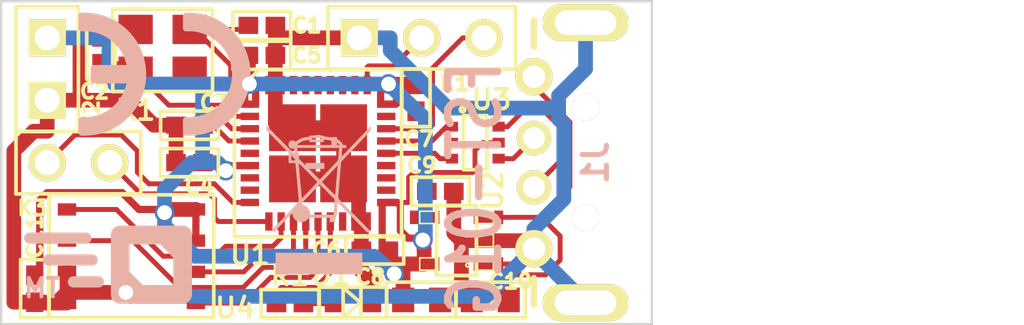
<source format=kicad_pcb>
(kicad_pcb (version 20171130) (host pcbnew "(5.1.12)-1")

  (general
    (thickness 1.6002)
    (drawings 6)
    (tracks 363)
    (zones 0)
    (modules 25)
    (nets 22)
  )

  (page A4)
  (title_block
    (title FST-01)
    (date "10 sep 2012")
    (company "Flying Stone Technology")
  )

  (layers
    (0 Front signal)
    (31 Back signal)
    (32 B.Adhes user hide)
    (33 F.Adhes user hide)
    (34 B.Paste user hide)
    (35 F.Paste user hide)
    (36 B.SilkS user hide)
    (37 F.SilkS user hide)
    (38 B.Mask user hide)
    (39 F.Mask user hide)
    (40 Dwgs.User user hide)
    (41 Cmts.User user hide)
    (42 Eco1.User user hide)
    (43 Eco2.User user hide)
    (44 Edge.Cuts user)
  )

  (setup
    (last_trace_width 0.20066)
    (trace_clearance 0.20066)
    (zone_clearance 0.508)
    (zone_45_only yes)
    (trace_min 0.20066)
    (via_size 0.8001)
    (via_drill 0.59944)
    (via_min_size 0.8001)
    (via_min_drill 0.50038)
    (uvia_size 0.50038)
    (uvia_drill 0.14986)
    (uvias_allowed no)
    (uvia_min_size 0.50038)
    (uvia_min_drill 0.14986)
    (edge_width 0.381)
    (segment_width 0.381)
    (pcb_text_width 0.3048)
    (pcb_text_size 1.524 2.032)
    (mod_edge_width 0.381)
    (mod_text_size 1.524 1.524)
    (mod_text_width 0.3048)
    (pad_size 0.39878 0.50038)
    (pad_drill 0)
    (pad_to_mask_clearance 0.1524)
    (aux_axis_origin 127 98.9965)
    (grid_origin 127 98.9965)
    (visible_elements 7FFCDE7F)
    (pcbplotparams
      (layerselection 0x010f0_80000001)
      (usegerberextensions true)
      (usegerberattributes true)
      (usegerberadvancedattributes true)
      (creategerberjobfile true)
      (excludeedgelayer true)
      (linewidth 0.150000)
      (plotframeref false)
      (viasonmask false)
      (mode 1)
      (useauxorigin true)
      (hpglpennumber 1)
      (hpglpenspeed 20)
      (hpglpendiameter 15.000000)
      (psnegative false)
      (psa4output false)
      (plotreference true)
      (plotvalue true)
      (plotinvisibletext false)
      (padsonsilk false)
      (subtractmaskfromsilk false)
      (outputformat 1)
      (mirror false)
      (drillshape 0)
      (scaleselection 1)
      (outputdirectory "output/"))
  )

  (net 0 "")
  (net 1 /CLK)
  (net 2 /D+)
  (net 3 /D+_PLUG)
  (net 4 /D-)
  (net 5 /D-_PLUG)
  (net 6 /LED)
  (net 7 /MISO)
  (net 8 /MOSI)
  (net 9 /NRST)
  (net 10 /NSS)
  (net 11 /OSC_IN)
  (net 12 /OSC_OUT)
  (net 13 /PA2)
  (net 14 /PA3)
  (net 15 /SWCLK)
  (net 16 /SWDIO)
  (net 17 /VBUS)
  (net 18 GND)
  (net 19 +3V3)
  (net 20 "Net-(C9-Pad1)")
  (net 21 "Net-(D1-Pad2)")

  (net_class Default "This is the default net class."
    (clearance 0.20066)
    (trace_width 0.20066)
    (via_dia 0.8001)
    (via_drill 0.59944)
    (uvia_dia 0.50038)
    (uvia_drill 0.14986)
    (add_net +3V3)
    (add_net /CLK)
    (add_net /D+)
    (add_net /D+_PLUG)
    (add_net /D-)
    (add_net /D-_PLUG)
    (add_net /LED)
    (add_net /MISO)
    (add_net /MOSI)
    (add_net /NRST)
    (add_net /NSS)
    (add_net /OSC_IN)
    (add_net /OSC_OUT)
    (add_net /PA2)
    (add_net /PA3)
    (add_net /SWCLK)
    (add_net /SWDIO)
    (add_net /VBUS)
    (add_net "Net-(C9-Pad1)")
    (add_net "Net-(D1-Pad2)")
  )

  (net_class GND ""
    (clearance 0.20066)
    (trace_width 0.59944)
    (via_dia 0.8001)
    (via_drill 0.59944)
    (uvia_dia 0.50038)
    (uvia_drill 0.14986)
    (add_net GND)
  )

  (net_class VBUS ""
    (clearance 0.20066)
    (trace_width 0.59944)
    (via_dia 0.8001)
    (via_drill 0.59944)
    (uvia_dia 0.50038)
    (uvia_drill 0.14986)
  )

  (net_class VDD ""
    (clearance 0.20066)
    (trace_width 0.59944)
    (via_dia 0.8001)
    (via_drill 0.59944)
    (uvia_dia 0.50038)
    (uvia_drill 0.14986)
  )

  (module Symbols:Symbol_CE_SilkScreen_5mm (layer Back) (tedit 57C655A4) (tstamp 57C655CD)
    (at 111.9 95.3965 180)
    (fp_text reference CE_mark (at 0.013 3.7025 180) (layer B.SilkS) hide
      (effects (font (size 1 1) (thickness 0.15)) (justify mirror))
    )
    (fp_text value Symbol_CE_SilkScreen_5mm (at 2.5403 5.8615 180) (layer B.Fab) hide
      (effects (font (size 1 1) (thickness 0.15)) (justify mirror))
    )
    (fp_line (start 2.5625 0) (end 1.0625 0) (layer B.SilkS) (width 0.75))
    (fp_line (start 3.1875 2.375) (end 3.1875 1.875) (layer B.SilkS) (width 0.25))
    (fp_line (start 3.1875 -1.875) (end 3.1875 -2.375) (layer B.SilkS) (width 0.25))
    (fp_line (start -1.0625 -1.875) (end -1.0625 -2.375) (layer B.SilkS) (width 0.25))
    (fp_line (start -1.0625 2.375) (end -1.0625 1.875) (layer B.SilkS) (width 0.25))
    (fp_line (start -0.9375 1.875) (end -1.0625 1.875) (layer B.SilkS) (width 0.25))
    (fp_line (start -0.9375 2.375) (end -0.9375 1.875) (layer B.SilkS) (width 0.25))
    (fp_line (start -0.9375 2.375) (end -1.0625 2.375) (layer B.SilkS) (width 0.25))
    (fp_line (start -0.9375 -2.375) (end -1.0625 -2.375) (layer B.SilkS) (width 0.25))
    (fp_line (start -0.9375 -1.875) (end -0.9375 -2.375) (layer B.SilkS) (width 0.25))
    (fp_line (start -1.0625 -1.875) (end -0.9375 -1.875) (layer B.SilkS) (width 0.25))
    (fp_line (start 2.8125 -0.25) (end 2.6875 -0.25) (layer B.SilkS) (width 0.25))
    (fp_line (start 2.8125 0.25) (end 2.8125 -0.25) (layer B.SilkS) (width 0.25))
    (fp_line (start 2.6875 0.25) (end 2.8125 0.25) (layer B.SilkS) (width 0.25))
    (fp_line (start 2.6875 0.25) (end 2.5625 0.25) (layer B.SilkS) (width 0.25))
    (fp_line (start 2.5625 -0.25) (end 2.6875 -0.25) (layer B.SilkS) (width 0.25))
    (fp_line (start 3.3125 1.875) (end 3.1875 1.875) (layer B.SilkS) (width 0.25))
    (fp_line (start 3.3125 2.375) (end 3.3125 1.875) (layer B.SilkS) (width 0.25))
    (fp_line (start 3.1875 2.375) (end 3.3125 2.375) (layer B.SilkS) (width 0.25))
    (fp_line (start 3.3125 -2.375) (end 3.1875 -2.375) (layer B.SilkS) (width 0.25))
    (fp_line (start 3.3125 -1.875) (end 3.3125 -2.375) (layer B.SilkS) (width 0.25))
    (fp_line (start 3.1875 -1.875) (end 3.3125 -1.875) (layer B.SilkS) (width 0.25))
    (fp_arc (start -1.0625 0) (end -1.431502 -2.092716) (angle -160) (layer B.SilkS) (width 0.75))
    (fp_arc (start -1.0625 0) (end -1.0625 -2.375) (angle -180) (layer B.SilkS) (width 0.25))
    (fp_arc (start -1.0625 0) (end -1.0625 -1.875) (angle -180) (layer B.SilkS) (width 0.25))
    (fp_arc (start 3.1875 0) (end 3.1875 -1.875) (angle -180) (layer B.SilkS) (width 0.25))
    (fp_arc (start 3.1875 0) (end 3.1875 -2.375) (angle -180) (layer B.SilkS) (width 0.25))
    (fp_arc (start 3.1875 0) (end 2.818498 -2.092716) (angle -160) (layer B.SilkS) (width 0.75))
  )

  (module SIL-3-2 (layer Front) (tedit 4E85438D) (tstamp 4E3F9288)
    (at 122.428 93.9165)
    (descr "Connecteur 3 pins")
    (tags "CONN DEV")
    (path /4E32185E)
    (fp_text reference K1 (at 1.3462 1.8542) (layer F.SilkS)
      (effects (font (size 0.59944 0.59944) (thickness 0.14986)))
    )
    (fp_text value CONN_3 (at 0 -2.159) (layer F.SilkS) hide
      (effects (font (size 1.016 1.016) (thickness 0.1524)))
    )
    (fp_line (start 3.81 1.27) (end -3.81 1.27) (layer F.SilkS) (width 0.1524))
    (fp_line (start 3.81 -1.27) (end 3.81 1.27) (layer F.SilkS) (width 0.1524))
    (fp_line (start -3.81 -1.27) (end 3.81 -1.27) (layer F.SilkS) (width 0.1524))
    (fp_line (start -3.81 1.27) (end -3.81 -1.27) (layer F.SilkS) (width 0.1524))
    (pad 1 thru_hole rect (at -2.54 0) (size 1.524 1.524) (drill 1.016) (layers *.Cu *.Mask F.SilkS)
      (net 18 GND))
    (pad 2 thru_hole circle (at 0 0) (size 1.524 1.524) (drill 1.016) (layers *.Cu *.Mask F.SilkS)
      (net 15 /SWCLK))
    (pad 3 thru_hole circle (at 2.54 0) (size 1.524 1.524) (drill 1.016) (layers *.Cu *.Mask F.SilkS)
      (net 16 /SWDIO))
    (model pin_array/pins_array_3x1.wrl
      (at (xyz 0 0 0))
      (scale (xyz 1 1 1))
      (rotate (xyz 0 0 0))
    )
  )

  (module SOT363 (layer Front) (tedit 6536B7A8) (tstamp 0)
    (at 124.612 98.1837 270)
    (descr "SMALL OUTLINE TRANSISTOR")
    (tags "SMALL OUTLINE TRANSISTOR")
    (path /4E521576)
    (attr smd)
    (fp_text reference U3 (at -1.7526 -0.6604) (layer F.SilkS)
      (effects (font (size 0.8001 0.8001) (thickness 0.1524)))
    )
    (fp_text value NUF2221W1 (at 0 0 270) (layer F.SilkS) hide
      (effects (font (size 0.254 0.254) (thickness 0.0254)))
    )
    (fp_circle (center -1.34874 0.51816) (end -1.27254 0.56642) (layer F.SilkS) (width 0.14986))
    (fp_line (start 1.09982 0.47498) (end -1.09982 0.47498) (layer F.SilkS) (width 0.14986))
    (fp_line (start -1.09982 -0.47498) (end 1.09982 -0.47498) (layer F.SilkS) (width 0.14986))
    (fp_line (start 1.09982 -0.47498) (end 1.09982 0.47498) (layer F.SilkS) (width 0.14986))
    (fp_line (start -1.09982 -0.47498) (end -1.09982 0.47498) (layer F.SilkS) (width 0.14986))
    (pad 1 smd rect (at -0.65024 0.94996 270) (size 0.39878 0.50038) (layers Front F.Paste F.Mask)
      (net 2 /D+))
    (pad 2 smd rect (at 0 0.94996 270) (size 0.39878 0.50038) (layers Front F.Paste F.Mask))
    (pad 3 smd rect (at 0.65024 0.94996 270) (size 0.39878 0.50038) (layers Front F.Paste F.Mask)
      (net 4 /D-))
    (pad 4 smd rect (at 0.65024 -0.94996 270) (size 0.39878 0.50038) (layers Front F.Paste F.Mask)
      (net 5 /D-_PLUG))
    (pad 5 smd rect (at 0 -0.94996 270) (size 0.39878 0.50038) (layers Front F.Paste F.Mask)
      (net 19 +3V3))
    (pad 6 smd rect (at -0.65024 -0.94996 270) (size 0.39878 0.50038) (layers Front F.Paste F.Mask)
      (net 3 /D+_PLUG))
  )

  (module WSON8 (layer Front) (tedit 0) (tstamp 4E841BB1)
    (at 110.617 102.806)
    (path /4E8414CF)
    (attr smd)
    (fp_text reference U4 (at 4.2164 2.1082) (layer F.SilkS)
      (effects (font (size 0.8001 0.8001) (thickness 0.1524)))
    )
    (fp_text value SST25VF032B (at 0 0) (layer F.SilkS) hide
      (effects (font (size 0.254 0.254) (thickness 0.0254)))
    )
    (fp_line (start -3.35026 2.49936) (end -3.35026 -2.49936) (layer F.SilkS) (width 0.14986))
    (fp_line (start 3.35026 2.49936) (end -3.35026 2.49936) (layer F.SilkS) (width 0.14986))
    (fp_line (start 3.35026 -2.49936) (end 3.35026 2.49936) (layer F.SilkS) (width 0.14986))
    (fp_line (start -3.35026 -2.49936) (end 3.35026 -2.49936) (layer F.SilkS) (width 0.14986))
    (pad 7 smd rect (at 2.62382 -0.635) (size 0.7493 0.50038) (layers Front F.Paste F.Mask)
      (net 19 +3V3))
    (pad 8 smd rect (at 2.62382 -1.905) (size 0.7493 0.50038) (layers Front F.Paste F.Mask)
      (net 19 +3V3))
    (pad 6 smd rect (at 2.62382 0.635) (size 0.7493 0.50038) (layers Front F.Paste F.Mask)
      (net 1 /CLK))
    (pad 1 smd rect (at -2.62382 -1.905) (size 0.7493 0.50038) (layers Front F.Paste F.Mask)
      (net 10 /NSS))
    (pad 2 smd rect (at -2.62382 -0.635) (size 0.7493 0.50038) (layers Front F.Paste F.Mask)
      (net 7 /MISO))
    (pad 3 smd rect (at -2.62382 0.635) (size 0.7493 0.50038) (layers Front F.Paste F.Mask)
      (net 18 GND))
    (pad 4 smd rect (at -2.62382 1.905) (size 0.7493 0.50038) (layers Front F.Paste F.Mask)
      (net 18 GND))
    (pad 5 smd rect (at 2.62382 1.905) (size 0.7493 0.50038) (layers Front F.Paste F.Mask)
      (net 8 /MOSI))
  )

  (module SIL-2-2 (layer Front) (tedit 4E8543C3) (tstamp 0)
    (at 108.458 98.9965)
    (descr "Connecteur 3 pins")
    (tags "CONN DEV")
    (path /4E8424A4)
    (fp_text reference K3 (at -1.8796 1.8542) (layer F.SilkS)
      (effects (font (size 0.59944 0.59944) (thickness 0.14986)))
    )
    (fp_text value CONN_2 (at -5.9182 0.127) (layer F.SilkS) hide
      (effects (font (size 1.016 1.016) (thickness 0.1524)))
    )
    (fp_line (start 2.54 -1.27) (end 2.54 1.27) (layer F.SilkS) (width 0.1524))
    (fp_line (start -2.54 1.27) (end -2.54 -1.27) (layer F.SilkS) (width 0.1524))
    (fp_line (start -2.54 -1.27) (end 2.54 -1.27) (layer F.SilkS) (width 0.14986))
    (fp_line (start 2.54 1.27) (end -2.54 1.27) (layer F.SilkS) (width 0.14986))
    (pad 1 thru_hole circle (at -1.27 0) (size 1.524 1.524) (drill 1.016) (layers *.Cu *.Mask F.SilkS)
      (net 13 /PA2))
    (pad 2 thru_hole circle (at 1.27 0) (size 1.524 1.524) (drill 1.016) (layers *.Cu *.Mask F.SilkS)
      (net 14 /PA3))
    (model pin_array/pins_array_3x1.wrl
      (at (xyz 0 0 0))
      (scale (xyz 1 1 1))
      (rotate (xyz 0 0 0))
    )
  )

  (module SIL-2-0 (layer Front) (tedit 4E85420F) (tstamp 0)
    (at 107.188 95.1865 270)
    (descr "Connecteur 3 pins")
    (tags "CONN DEV")
    (path /4E84249C)
    (fp_text reference K2 (at 1.8542 -1.8034 270) (layer F.SilkS)
      (effects (font (size 0.59944 0.59944) (thickness 0.14986)))
    )
    (fp_text value CONN_2 (at 0 2.3622 270) (layer F.SilkS) hide
      (effects (font (size 1.016 1.016) (thickness 0.1524)))
    )
    (fp_line (start 2.54 -1.27) (end 2.54 1.27) (layer F.SilkS) (width 0.1524))
    (fp_line (start -2.54 1.27) (end -2.54 -1.27) (layer F.SilkS) (width 0.1524))
    (fp_line (start -2.54 -1.27) (end 2.54 -1.27) (layer F.SilkS) (width 0.14986))
    (fp_line (start 2.54 1.27) (end -2.54 1.27) (layer F.SilkS) (width 0.14986))
    (pad 1 thru_hole rect (at -1.27 0 270) (size 1.524 1.524) (drill 1.016) (layers *.Cu *.Mask F.SilkS)
      (net 19 +3V3))
    (pad 2 thru_hole rect (at 1.27 0 270) (size 1.524 1.524) (drill 1.016) (layers *.Cu *.Mask F.SilkS)
      (net 18 GND))
    (model pin_array/pins_array_3x1.wrl
      (at (xyz 0 0 0))
      (scale (xyz 1 1 1))
      (rotate (xyz 0 0 0))
    )
  )

  (module FST-LOGO (layer Back) (tedit 4E9F9552) (tstamp 4E9F9DB0)
    (at 111.43 103.213 180)
    (path FST-LOGO)
    (fp_text reference FST-LOGO (at 0 1.27 180) (layer B.SilkS) hide
      (effects (font (size 0.1524 0.1524) (thickness 0.0381)) (justify mirror))
    )
    (fp_text value VAL** (at 0 -1.143 180) (layer B.SilkS) hide
      (effects (font (size 0.20574 0.2032) (thickness 0.0508)) (justify mirror))
    )
    (fp_line (start -0.508 1.27) (end -1.27 0.508) (layer B.SilkS) (width 0.762))
    (fp_line (start 1.27 -0.381) (end 0.508 -1.143) (layer B.SilkS) (width 0.762))
    (fp_line (start -1.27 -1.143) (end -1.27 1.27) (layer B.SilkS) (width 0.762))
    (fp_line (start 1.27 -1.143) (end -1.27 -1.143) (layer B.SilkS) (width 0.762))
    (fp_line (start 1.27 1.27) (end 1.27 -1.143) (layer B.SilkS) (width 0.762))
    (fp_line (start -1.27 1.27) (end 1.27 1.27) (layer B.SilkS) (width 0.762))
    (fp_line (start 2.159 -0.635) (end 3.175 -0.635) (layer B.SilkS) (width 0.4572))
    (fp_line (start 2.667 1.143) (end 4.953 1.143) (layer B.SilkS) (width 0.4572))
    (fp_line (start 2.413 0.254) (end 4.191 0.254) (layer B.SilkS) (width 0.4572))
    (fp_text user TM (at 4.445 -0.889 180) (layer B.SilkS)
      (effects (font (size 0.762 0.762) (thickness 0.1524)) (justify mirror))
    )
  )

  (module FST:SOT23-5 (layer Front) (tedit 57C67228) (tstamp 4E6881CA)
    (at 123.85 102.172 90)
    (descr "SMALL OUTLINE TRANSISTOR")
    (tags "SMALL OUTLINE TRANSISTOR")
    (path /4E2CD88E)
    (attr smd)
    (fp_text reference U2 (at 2.032 1.4605 90) (layer F.SilkS)
      (effects (font (size 0.8001 0.8001) (thickness 0.1524)))
    )
    (fp_text value LP2985-33DBVR (at -0.0127 0 90) (layer F.SilkS) hide
      (effects (font (size 0.254 0.254) (thickness 0.0254)))
    )
    (fp_circle (center -0.99822 0.44958) (end -1.04648 0.49784) (layer F.SilkS) (width 0.0762))
    (fp_line (start -0.5207 -0.80772) (end -0.42672 -0.80772) (layer F.SilkS) (width 0.1524))
    (fp_line (start 0.42672 -0.80772) (end 0.5207 -0.80772) (layer F.SilkS) (width 0.1524))
    (fp_line (start -1.41986 -0.80772) (end -1.32588 -0.80772) (layer F.SilkS) (width 0.1524))
    (fp_line (start 1.32588 -0.80772) (end 1.41986 -0.80772) (layer F.SilkS) (width 0.1524))
    (fp_line (start 1.41986 0.80772) (end 1.32588 0.80772) (layer F.SilkS) (width 0.1524))
    (fp_line (start -1.32588 0.80772) (end -1.41986 0.80772) (layer F.SilkS) (width 0.1524))
    (fp_line (start 0.5207 0.80772) (end 0.42672 0.80772) (layer F.SilkS) (width 0.1524))
    (fp_line (start -0.42672 0.80772) (end -0.5207 0.80772) (layer F.SilkS) (width 0.1524))
    (fp_line (start -1.41986 -0.80772) (end 1.41986 -0.80772) (layer F.SilkS) (width 0.1524))
    (fp_line (start -1.41986 0.80772) (end -1.41986 -0.80772) (layer F.SilkS) (width 0.1524))
    (fp_line (start 1.41986 0.80772) (end -1.41986 0.80772) (layer F.SilkS) (width 0.1524))
    (fp_line (start 1.41986 -0.80772) (end 1.41986 0.80772) (layer F.SilkS) (width 0.1524))
    (fp_line (start -1.19888 -0.84836) (end -1.19888 -1.4986) (layer F.SilkS) (width 0.06604))
    (fp_line (start -1.19888 -1.4986) (end -0.6985 -1.4986) (layer F.SilkS) (width 0.06604))
    (fp_line (start -0.6985 -0.84836) (end -0.6985 -1.4986) (layer F.SilkS) (width 0.06604))
    (fp_line (start -1.19888 -0.84836) (end -0.6985 -0.84836) (layer F.SilkS) (width 0.06604))
    (fp_line (start -0.24892 -0.84836) (end 0.24892 -0.84836) (layer F.SilkS) (width 0.06604))
    (fp_line (start 0.6985 -0.84836) (end 0.6985 -1.4986) (layer F.SilkS) (width 0.06604))
    (fp_line (start 0.6985 -1.4986) (end 1.19888 -1.4986) (layer F.SilkS) (width 0.06604))
    (fp_line (start 1.19888 -0.84836) (end 1.19888 -1.4986) (layer F.SilkS) (width 0.06604))
    (fp_line (start 0.6985 -0.84836) (end 1.19888 -0.84836) (layer F.SilkS) (width 0.06604))
    (fp_line (start 0.6985 1.4986) (end 0.6985 0.84836) (layer F.SilkS) (width 0.06604))
    (fp_line (start 0.6985 0.84836) (end 1.19888 0.84836) (layer F.SilkS) (width 0.06604))
    (fp_line (start 1.19888 1.4986) (end 1.19888 0.84836) (layer F.SilkS) (width 0.06604))
    (fp_line (start 0.6985 1.4986) (end 1.19888 1.4986) (layer F.SilkS) (width 0.06604))
    (fp_line (start -0.24892 1.4986) (end -0.24892 0.84836) (layer F.SilkS) (width 0.06604))
    (fp_line (start -0.24892 0.84836) (end 0.24892 0.84836) (layer F.SilkS) (width 0.06604))
    (fp_line (start 0.24892 1.4986) (end 0.24892 0.84836) (layer F.SilkS) (width 0.06604))
    (fp_line (start -0.24892 1.4986) (end 0.24892 1.4986) (layer F.SilkS) (width 0.06604))
    (fp_line (start -1.19888 1.4986) (end -1.19888 0.84836) (layer F.SilkS) (width 0.06604))
    (fp_line (start -1.19888 0.84836) (end -0.6985 0.84836) (layer F.SilkS) (width 0.06604))
    (fp_line (start -0.6985 1.4986) (end -0.6985 0.84836) (layer F.SilkS) (width 0.06604))
    (fp_line (start -1.19888 1.4986) (end -0.6985 1.4986) (layer F.SilkS) (width 0.06604))
    (pad 1 smd rect (at -0.94996 1.29794 90) (size 0.54864 1.19888) (layers Front F.Paste F.Mask)
      (net 17 /VBUS))
    (pad 2 smd rect (at 0 1.29794 90) (size 0.54864 1.19888) (layers Front F.Paste F.Mask)
      (net 18 GND))
    (pad 3 smd rect (at 0.94996 1.29794 90) (size 0.54864 1.19888) (layers Front F.Paste F.Mask)
      (net 17 /VBUS))
    (pad 4 smd rect (at 0.94996 -1.29794 90) (size 0.54864 1.19888) (layers Front F.Paste F.Mask)
      (net 20 "Net-(C9-Pad1)"))
    (pad 5 smd rect (at -0.95 -1.3 90) (size 0.54864 1.19888) (layers Front F.Paste F.Mask)
      (net 19 +3V3))
  )

  (module FST:LED0603 (layer Front) (tedit 57C64432) (tstamp 4E3F928E)
    (at 119.634 104.686)
    (descr "LED 0603 smd package")
    (tags "LED led 0603 SMD smd SMT smt smdled SMDLED smtled SMTLED")
    (path /4E2D76AF)
    (attr smd)
    (fp_text reference D1 (at -0.889 -1.1176) (layer F.SilkS)
      (effects (font (size 0.8001 0.8001) (thickness 0.1524)))
    )
    (fp_text value LED (at -0.1778 1.4732) (layer F.SilkS) hide
      (effects (font (size 0.508 0.508) (thickness 0.127)))
    )
    (fp_line (start 0.44958 0.39878) (end -0.44958 0.39878) (layer Dwgs.User) (width 0.1016))
    (fp_line (start 0.44958 -0.39878) (end -0.44958 -0.39878) (layer Dwgs.User) (width 0.1016))
    (fp_line (start -0.84836 -0.44958) (end -0.44958 -0.44958) (layer Dwgs.User) (width 0.06604))
    (fp_line (start -0.44958 -0.44958) (end -0.44958 0.44958) (layer Dwgs.User) (width 0.06604))
    (fp_line (start -0.84836 0.44958) (end -0.44958 0.44958) (layer Dwgs.User) (width 0.06604))
    (fp_line (start -0.84836 -0.44958) (end -0.84836 0.44958) (layer Dwgs.User) (width 0.06604))
    (fp_line (start 0.44958 -0.44958) (end 0.84836 -0.44958) (layer Dwgs.User) (width 0.06604))
    (fp_line (start 0.84836 -0.44958) (end 0.84836 0.44958) (layer Dwgs.User) (width 0.06604))
    (fp_line (start 0.44958 0.44958) (end 0.84836 0.44958) (layer Dwgs.User) (width 0.06604))
    (fp_line (start 0.44958 -0.44958) (end 0.44958 0.44958) (layer Dwgs.User) (width 0.06604))
    (fp_line (start 0.35052 -0.37592) (end 0.35052 0.37592) (layer Dwgs.User) (width 0.14986))
    (fp_line (start 0.32446 -0.62484) (end 0.32446 0.62484) (layer F.SilkS) (width 0.14986))
    (fp_line (start -1.37414 0.62484) (end 1.37414 0.62484) (layer F.SilkS) (width 0.14986))
    (fp_line (start -1.37414 -0.62484) (end -1.37414 0.62484) (layer F.SilkS) (width 0.14986))
    (fp_line (start 1.37414 -0.62484) (end -1.37414 -0.62484) (layer F.SilkS) (width 0.14986))
    (fp_line (start 1.37414 0.62484) (end 1.37414 -0.62484) (layer F.SilkS) (width 0.14986))
    (fp_line (start -0.4 -0.6) (end -0.4 0.6) (layer F.SilkS) (width 0.15))
    (fp_line (start 0.3 0) (end -0.4 0.6) (layer F.SilkS) (width 0.15))
    (fp_line (start -0.4 -0.6) (end 0.3 0) (layer F.SilkS) (width 0.15))
    (pad 2 smd rect (at -0.7493 0) (size 0.79756 0.79756) (layers Front F.Paste F.Mask)
      (net 21 "Net-(D1-Pad2)"))
    (pad 1 smd rect (at 0.7493 0) (size 0.79756 0.79756) (layers Front F.Paste F.Mask)
      (net 18 GND))
  )

  (module FST:USB-A-PLUG (layer Front) (tedit 57C655E6) (tstamp 4E6C8490)
    (at 127 98.9965 180)
    (descr "USB A PLUG Through Hole")
    (tags USB)
    (path /4E27DE01)
    (fp_text reference J1 (at -7.62 0 270) (layer Dwgs.User) hide
      (effects (font (size 1.524 1.524) (thickness 0.3048)))
    )
    (fp_text value USB_A (at -3.81 -10.16 180) (layer F.SilkS) hide
      (effects (font (size 1.524 1.524) (thickness 0.3048)))
    )
    (fp_line (start -4.84886 -5.74802) (end -4.84886 5.6515) (layer Cmts.User) (width 0.01016))
    (fp_line (start -1.09982 5.99948) (end -1.09982 -5.99948) (layer Dwgs.User) (width 0.09906))
    (fp_line (start -19.9009 5.99948) (end -1.09982 5.99948) (layer Dwgs.User) (width 0.09906))
    (fp_line (start -19.9009 -5.99948) (end -19.9009 5.99948) (layer Dwgs.User) (width 0.09906))
    (fp_line (start -1.09982 -5.99948) (end -19.9009 -5.99948) (layer Dwgs.User) (width 0.09906))
    (fp_line (start 0 -4.699) (end 0 -5.79882) (layer F.SilkS) (width 0.254))
    (fp_line (start 0 4.699) (end 0 5.79882) (layer F.SilkS) (width 0.254))
    (fp_line (start -5.10032 -5.99948) (end -5.10032 5.99948) (layer Dwgs.User) (width 0.127))
    (fp_line (start 1.00076 -6.44906) (end -1.00076 -6.44906) (layer Cmts.User) (width 0.01016))
    (fp_line (start 1.00076 6.44906) (end -1.00076 6.44906) (layer Cmts.User) (width 0.01016))
    (pad 5 thru_hole oval (at -2.10058 5.69976 180) (size 3.50012 1.50114) (drill oval 2.49936 1.00076) (layers *.Cu *.Mask F.SilkS)
      (net 18 GND))
    (pad 5 thru_hole oval (at -2.10058 -5.69976 180) (size 3.50012 1.50114) (drill oval 2.49936 1.00076) (layers *.Cu *.Mask F.SilkS)
      (net 18 GND))
    (pad 3 thru_hole circle (at 0 -1.00076 180) (size 1.39954 1.39954) (drill 0.889) (layers *.Cu *.Mask F.SilkS)
      (net 3 /D+_PLUG))
    (pad 2 thru_hole circle (at 0 1.00076 180) (size 1.39954 1.39954) (drill 0.889) (layers *.Cu *.Mask F.SilkS)
      (net 5 /D-_PLUG))
    (pad 4 thru_hole circle (at 0 -3.50012 180) (size 1.51892 1.51892) (drill 0.91948) (layers *.Cu *.Mask F.SilkS)
      (net 18 GND))
    (pad 1 thru_hole circle (at 0 3.50012 180) (size 1.51892 1.51892) (drill 0.91948) (layers *.Cu *.Mask F.SilkS)
      (net 17 /VBUS))
    (pad 7 thru_hole circle (at -2.10058 -2.25044 180) (size 1.09982 1.09982) (drill 1.09982) (layers *.Cu *.Mask F.SilkS))
    (pad 8 thru_hole circle (at -2.10058 2.25044 180) (size 1.09982 1.09982) (drill 1.09982) (layers *.Cu *.Mask F.SilkS))
  )

  (module FST:QFN36 (layer Front) (tedit 6536B79B) (tstamp 4E686B13)
    (at 118.212 98.6155)
    (descr "Support QFN 36 pins")
    (tags QFN36)
    (path /4E68666C)
    (attr smd)
    (fp_text reference U1 (at -2.7686 4.1148) (layer F.SilkS)
      (effects (font (size 0.8001 0.8001) (thickness 0.1524)))
    )
    (fp_text value STM32F103TB (at -0.0254 2.0955) (layer F.SilkS) hide
      (effects (font (size 0.508 0.508) (thickness 0.0762)))
    )
    (fp_line (start -2.4003 -3.40106) (end 3.40106 -3.40106) (layer F.SilkS) (width 0.14986))
    (fp_line (start 3.40106 3.40106) (end -3.40106 3.40106) (layer F.SilkS) (width 0.14986))
    (fp_line (start 3.40106 -3.40106) (end 3.40106 3.40106) (layer F.SilkS) (width 0.14986))
    (fp_line (start -3.40106 -2.4003) (end -3.40106 3.40106) (layer F.SilkS) (width 0.14986))
    (fp_line (start -2.4003 -3.40106) (end -3.40106 -2.4003) (layer F.SilkS) (width 0.14986))
    (fp_line (start -2.99974 -2.99974) (end 2.99974 -2.99974) (layer Dwgs.User) (width 0.14986))
    (fp_line (start -2.99974 2.99974) (end -2.99974 -2.99974) (layer Dwgs.User) (width 0.14986))
    (fp_line (start 2.99974 2.99974) (end -2.99974 2.99974) (layer Dwgs.User) (width 0.14986))
    (fp_line (start 2.99974 -2.99974) (end 2.99974 2.99974) (layer Dwgs.User) (width 0.14986))
    (pad 36 smd rect (at -1.0414 1.0414) (size 1.905 1.905) (layers Front F.Paste F.Mask)
      (net 18 GND) (solder_paste_margin -0.46482))
    (pad 36 smd rect (at 1.0414 1.0414) (size 1.905 1.905) (layers Front F.Paste F.Mask)
      (net 18 GND) (solder_paste_margin -0.46482))
    (pad 36 smd rect (at 1.0414 -1.0414) (size 1.905 1.905) (layers Front F.Paste F.Mask)
      (net 18 GND) (solder_paste_margin -0.46482))
    (pad 1 smd rect (at -2.77622 -2.00152 90) (size 0.29972 0.7493) (layers Front F.Paste F.Mask)
      (net 19 +3V3))
    (pad 2 smd rect (at -2.77622 -1.50114 90) (size 0.29972 0.7493) (layers Front F.Paste F.Mask)
      (net 11 /OSC_IN))
    (pad 3 smd rect (at -2.77622 -1.00076 90) (size 0.29972 0.7493) (layers Front F.Paste F.Mask)
      (net 12 /OSC_OUT))
    (pad 4 smd rect (at -2.77622 -0.50038 90) (size 0.29972 0.7493) (layers Front F.Paste F.Mask)
      (net 9 /NRST))
    (pad 5 smd rect (at -2.77622 0 90) (size 0.29972 0.7493) (layers Front F.Paste F.Mask))
    (pad 6 smd rect (at -2.77622 0.50038 90) (size 0.29972 0.7493) (layers Front F.Paste F.Mask)
      (net 19 +3V3))
    (pad 7 smd rect (at -2.77622 1.00076 90) (size 0.29972 0.7493) (layers Front F.Paste F.Mask))
    (pad 8 smd rect (at -2.77622 1.50114 90) (size 0.29972 0.7493) (layers Front F.Paste F.Mask))
    (pad 9 smd rect (at -2.77622 2.00152 90) (size 0.29972 0.7493) (layers Front F.Paste F.Mask)
      (net 13 /PA2))
    (pad 10 smd rect (at -2.00152 2.77622) (size 0.29972 0.7493) (layers Front F.Paste F.Mask)
      (net 14 /PA3))
    (pad 11 smd rect (at -1.50114 2.77622) (size 0.29972 0.7493) (layers Front F.Paste F.Mask)
      (net 10 /NSS))
    (pad 12 smd rect (at -1.00076 2.77622) (size 0.29972 0.7493) (layers Front F.Paste F.Mask)
      (net 1 /CLK))
    (pad 13 smd rect (at -0.50038 2.77622) (size 0.29972 0.7493) (layers Front F.Paste F.Mask)
      (net 7 /MISO))
    (pad 14 smd rect (at 0 2.77622) (size 0.29972 0.7493) (layers Front F.Paste F.Mask)
      (net 8 /MOSI))
    (pad 15 smd rect (at 0.50038 2.77622) (size 0.29972 0.7493) (layers Front F.Paste F.Mask)
      (net 6 /LED))
    (pad 16 smd rect (at 1.00076 2.77622) (size 0.29972 0.7493) (layers Front F.Paste F.Mask))
    (pad 17 smd rect (at 1.50114 2.77622 90) (size 0.7493 0.29972) (layers Front F.Paste F.Mask)
      (net 18 GND))
    (pad 18 smd rect (at 2.00152 2.77622 90) (size 0.7493 0.29972) (layers Front F.Paste F.Mask)
      (net 18 GND))
    (pad 19 smd rect (at 2.77622 2.00152 90) (size 0.29972 0.7493) (layers Front F.Paste F.Mask)
      (net 19 +3V3))
    (pad 20 smd rect (at 2.77622 1.50114 90) (size 0.29972 0.7493) (layers Front F.Paste F.Mask))
    (pad 21 smd rect (at 2.77622 1.00076 90) (size 0.29972 0.7493) (layers Front F.Paste F.Mask))
    (pad 22 smd rect (at 2.77622 0.50038 90) (size 0.29972 0.7493) (layers Front F.Paste F.Mask))
    (pad 23 smd rect (at 2.77622 0 90) (size 0.29972 0.7493) (layers Front F.Paste F.Mask)
      (net 4 /D-))
    (pad 24 smd rect (at 2.77622 -0.50038 90) (size 0.29972 0.7493) (layers Front F.Paste F.Mask)
      (net 2 /D+))
    (pad 25 smd rect (at 2.77622 -1.00076 90) (size 0.29972 0.7493) (layers Front F.Paste F.Mask)
      (net 16 /SWDIO))
    (pad 26 smd rect (at 2.77622 -1.50114 90) (size 0.29972 0.7493) (layers Front F.Paste F.Mask))
    (pad 27 smd rect (at 2.77622 -2.00152 90) (size 0.29972 0.7493) (layers Front F.Paste F.Mask)
      (net 19 +3V3))
    (pad 28 smd rect (at 2.00152 -2.77622) (size 0.29972 0.7493) (layers Front F.Paste F.Mask)
      (net 15 /SWCLK))
    (pad 29 smd rect (at 1.50114 -2.77622) (size 0.29972 0.7493) (layers Front F.Paste F.Mask))
    (pad 30 smd rect (at 1.00076 -2.77622) (size 0.29972 0.7493) (layers Front F.Paste F.Mask))
    (pad 31 smd rect (at 0.50038 -2.77622) (size 0.29972 0.7493) (layers Front F.Paste F.Mask))
    (pad 32 smd rect (at 0 -2.77622) (size 0.29972 0.7493) (layers Front F.Paste F.Mask))
    (pad 33 smd rect (at -0.50038 -2.77622) (size 0.29972 0.7493) (layers Front F.Paste F.Mask))
    (pad 34 smd rect (at -1.00076 -2.77622) (size 0.29972 0.7493) (layers Front F.Paste F.Mask))
    (pad 35 smd rect (at -1.50114 -2.77622) (size 0.29972 0.7493) (layers Front F.Paste F.Mask)
      (net 18 GND))
    (pad 36 smd rect (at -2.00152 -2.77622) (size 0.29972 0.7493) (layers Front F.Paste F.Mask)
      (net 18 GND))
    (pad 36 smd rect (at -1.0414 -1.0414) (size 1.905 1.905) (layers Front F.Paste F.Mask)
      (net 18 GND) (solder_paste_margin -0.46482))
  )

  (module FST:ABM8G (layer Front) (tedit 6536B76D) (tstamp 4E82CED6)
    (at 111.887 94.4245 180)
    (path /4E82CD9F)
    (attr smd)
    (fp_text reference X1 (at 1.0668 -2.4384 180) (layer F.SilkS)
      (effects (font (size 0.8001 0.8001) (thickness 0.1524)))
    )
    (fp_text value 12MHz (at 0 0 180) (layer F.SilkS) hide
      (effects (font (size 0.508 0.508) (thickness 0.127)))
    )
    (fp_line (start -2.032 1.6764) (end -2.032 -1.6764) (layer F.SilkS) (width 0.14986))
    (fp_line (start 2.032 1.6764) (end -2.032 1.6764) (layer F.SilkS) (width 0.14986))
    (fp_line (start 2.032 -1.6764) (end 2.032 1.6764) (layer F.SilkS) (width 0.14986))
    (fp_line (start -2.032 -1.6764) (end 2.032 -1.6764) (layer F.SilkS) (width 0.14986))
    (pad 2 smd rect (at 1.09982 -0.8509 180) (size 1.397 1.1938) (layers Front F.Paste F.Mask)
      (net 12 /OSC_OUT) (clearance 0.07874))
    (pad 3 smd rect (at 1.09982 0.8509 180) (size 1.397 1.1938) (layers Front F.Paste F.Mask)
      (net 18 GND) (clearance 0.07874))
    (pad 1 smd rect (at -1.09982 0.8509 180) (size 1.397 1.1938) (layers Front F.Paste F.Mask)
      (net 11 /OSC_IN) (clearance 0.07874))
    (pad 3 smd rect (at -1.09982 -0.8509 180) (size 1.397 1.1938) (layers Front F.Paste F.Mask)
      (clearance 0.07874))
  )

  (module FST:c_0402 (layer Front) (tedit 4E8543D2) (tstamp 0)
    (at 106.68 104.127 270)
    (descr "SMT capacitor, 0402")
    (path /4E8423B4)
    (attr smd)
    (fp_text reference C11 (at -2.1082 0 270) (layer F.SilkS)
      (effects (font (size 0.59944 0.59944) (thickness 0.14986)))
    )
    (fp_text value 0.1uF (at 0 0.8001 270) (layer F.SilkS) hide
      (effects (font (size 0.1524 0.1524) (thickness 0.03048)))
    )
    (fp_line (start 0.5334 -0.2794) (end -0.5334 -0.2794) (layer Dwgs.User) (width 0.127))
    (fp_line (start 0.5334 0.2794) (end 0.5334 -0.2794) (layer Dwgs.User) (width 0.127))
    (fp_line (start -0.5334 0.2794) (end 0.5334 0.2794) (layer Dwgs.User) (width 0.127))
    (fp_line (start -0.5334 -0.2794) (end -0.5334 0.2794) (layer Dwgs.User) (width 0.127))
    (fp_line (start -0.3302 -0.2794) (end -0.3302 0.2794) (layer Dwgs.User) (width 0.127))
    (fp_line (start 0.3302 -0.2794) (end 0.3302 0.2794) (layer Dwgs.User) (width 0.127))
    (fp_line (start -1.17602 0.57404) (end -1.17602 -0.57404) (layer F.SilkS) (width 0.14986))
    (fp_line (start 1.17602 0.57404) (end -1.17602 0.57404) (layer F.SilkS) (width 0.14986))
    (fp_line (start 1.17602 -0.57404) (end 1.17602 0.57404) (layer F.SilkS) (width 0.14986))
    (fp_line (start -1.17602 -0.57404) (end 1.17602 -0.57404) (layer F.SilkS) (width 0.14986))
    (pad 1 smd rect (at 0.54864 0 270) (size 0.8001 0.6985) (layers Front F.Paste F.Mask)
      (net 18 GND))
    (pad 2 smd rect (at -0.54864 0 270) (size 0.8001 0.6985) (layers Front F.Paste F.Mask)
      (net 19 +3V3))
  )

  (module FST:c_0402 (layer Front) (tedit 57C66473) (tstamp 4E3F9294)
    (at 123.19 100.165 180)
    (descr "SMT capacitor, 0402")
    (path /4E2CD9BD)
    (attr smd)
    (fp_text reference C9 (at 0.762 1.0541 180) (layer F.SilkS)
      (effects (font (size 0.59944 0.59944) (thickness 0.14986)))
    )
    (fp_text value 0.01uF (at 0 0.8001 180) (layer F.SilkS) hide
      (effects (font (size 0.1524 0.1524) (thickness 0.03048)))
    )
    (fp_line (start 0.5334 -0.2794) (end -0.5334 -0.2794) (layer Dwgs.User) (width 0.127))
    (fp_line (start 0.5334 0.2794) (end 0.5334 -0.2794) (layer Dwgs.User) (width 0.127))
    (fp_line (start -0.5334 0.2794) (end 0.5334 0.2794) (layer Dwgs.User) (width 0.127))
    (fp_line (start -0.5334 -0.2794) (end -0.5334 0.2794) (layer Dwgs.User) (width 0.127))
    (fp_line (start -0.3302 -0.2794) (end -0.3302 0.2794) (layer Dwgs.User) (width 0.127))
    (fp_line (start 0.3302 -0.2794) (end 0.3302 0.2794) (layer Dwgs.User) (width 0.127))
    (fp_line (start -1.17602 0.57404) (end -1.17602 -0.57404) (layer F.SilkS) (width 0.14986))
    (fp_line (start 1.17602 0.57404) (end -1.17602 0.57404) (layer F.SilkS) (width 0.14986))
    (fp_line (start 1.17602 -0.57404) (end 1.17602 0.57404) (layer F.SilkS) (width 0.14986))
    (fp_line (start -1.17602 -0.57404) (end 1.17602 -0.57404) (layer F.SilkS) (width 0.14986))
    (pad 1 smd rect (at 0.54864 0 180) (size 0.8001 0.6985) (layers Front F.Paste F.Mask)
      (net 20 "Net-(C9-Pad1)"))
    (pad 2 smd rect (at -0.54864 0 180) (size 0.8001 0.6985) (layers Front F.Paste F.Mask)
      (net 18 GND))
  )

  (module FST:c_0402 (layer Front) (tedit 57C66537) (tstamp 4E3F92A2)
    (at 109.372 94.4245 270)
    (descr "SMT capacitor, 0402")
    (path /4E2CD2C4)
    (attr smd)
    (fp_text reference C2 (at 1.6764 0.254) (layer F.SilkS)
      (effects (font (size 0.59944 0.59944) (thickness 0.14986)))
    )
    (fp_text value 27pF (at 0 0.8001 270) (layer F.SilkS) hide
      (effects (font (size 0.1524 0.1524) (thickness 0.03048)))
    )
    (fp_line (start 0.5334 -0.2794) (end -0.5334 -0.2794) (layer Dwgs.User) (width 0.127))
    (fp_line (start 0.5334 0.2794) (end 0.5334 -0.2794) (layer Dwgs.User) (width 0.127))
    (fp_line (start -0.5334 0.2794) (end 0.5334 0.2794) (layer Dwgs.User) (width 0.127))
    (fp_line (start -0.5334 -0.2794) (end -0.5334 0.2794) (layer Dwgs.User) (width 0.127))
    (fp_line (start -0.3302 -0.2794) (end -0.3302 0.2794) (layer Dwgs.User) (width 0.127))
    (fp_line (start 0.3302 -0.2794) (end 0.3302 0.2794) (layer Dwgs.User) (width 0.127))
    (fp_line (start -1.17602 0.57404) (end -1.17602 -0.57404) (layer F.SilkS) (width 0.14986))
    (fp_line (start 1.17602 0.57404) (end -1.17602 0.57404) (layer F.SilkS) (width 0.14986))
    (fp_line (start 1.17602 -0.57404) (end 1.17602 0.57404) (layer F.SilkS) (width 0.14986))
    (fp_line (start -1.17602 -0.57404) (end 1.17602 -0.57404) (layer F.SilkS) (width 0.14986))
    (pad 1 smd rect (at 0.54864 0 270) (size 0.8001 0.6985) (layers Front F.Paste F.Mask)
      (net 12 /OSC_OUT))
    (pad 2 smd rect (at -0.54864 0 270) (size 0.8001 0.6985) (layers Front F.Paste F.Mask)
      (net 18 GND))
  )

  (module FST:c_0402 (layer Front) (tedit 57C66581) (tstamp 4E40DB39)
    (at 112.979 98.9965 180)
    (descr "SMT capacitor, 0402")
    (path /4E2D63F9)
    (attr smd)
    (fp_text reference C4 (at -0.4064 -0.9652 180) (layer F.SilkS)
      (effects (font (size 0.59944 0.59944) (thickness 0.14986)))
    )
    (fp_text value 0.1uF (at 0 0.8001 180) (layer F.SilkS) hide
      (effects (font (size 0.1524 0.1524) (thickness 0.03048)))
    )
    (fp_line (start 0.5334 -0.2794) (end -0.5334 -0.2794) (layer Dwgs.User) (width 0.127))
    (fp_line (start 0.5334 0.2794) (end 0.5334 -0.2794) (layer Dwgs.User) (width 0.127))
    (fp_line (start -0.5334 0.2794) (end 0.5334 0.2794) (layer Dwgs.User) (width 0.127))
    (fp_line (start -0.5334 -0.2794) (end -0.5334 0.2794) (layer Dwgs.User) (width 0.127))
    (fp_line (start -0.3302 -0.2794) (end -0.3302 0.2794) (layer Dwgs.User) (width 0.127))
    (fp_line (start 0.3302 -0.2794) (end 0.3302 0.2794) (layer Dwgs.User) (width 0.127))
    (fp_line (start -1.17602 0.57404) (end -1.17602 -0.57404) (layer F.SilkS) (width 0.14986))
    (fp_line (start 1.17602 0.57404) (end -1.17602 0.57404) (layer F.SilkS) (width 0.14986))
    (fp_line (start 1.17602 -0.57404) (end 1.17602 0.57404) (layer F.SilkS) (width 0.14986))
    (fp_line (start -1.17602 -0.57404) (end 1.17602 -0.57404) (layer F.SilkS) (width 0.14986))
    (pad 1 smd rect (at 0.54864 0 180) (size 0.8001 0.6985) (layers Front F.Paste F.Mask)
      (net 18 GND))
    (pad 2 smd rect (at -0.54864 0 180) (size 0.8001 0.6985) (layers Front F.Paste F.Mask)
      (net 19 +3V3))
  )

  (module FST:c_0402 (layer Front) (tedit 57C6650F) (tstamp 4E3F929C)
    (at 115.926 94.6277)
    (descr "SMT capacitor, 0402")
    (path /4E2D167B)
    (attr smd)
    (fp_text reference C5 (at 1.8288 0) (layer F.SilkS)
      (effects (font (size 0.59944 0.59944) (thickness 0.14986)))
    )
    (fp_text value 0.1uF (at 0 0.8001) (layer F.SilkS) hide
      (effects (font (size 0.1524 0.1524) (thickness 0.03048)))
    )
    (fp_line (start 0.5334 -0.2794) (end -0.5334 -0.2794) (layer Dwgs.User) (width 0.127))
    (fp_line (start 0.5334 0.2794) (end 0.5334 -0.2794) (layer Dwgs.User) (width 0.127))
    (fp_line (start -0.5334 0.2794) (end 0.5334 0.2794) (layer Dwgs.User) (width 0.127))
    (fp_line (start -0.5334 -0.2794) (end -0.5334 0.2794) (layer Dwgs.User) (width 0.127))
    (fp_line (start -0.3302 -0.2794) (end -0.3302 0.2794) (layer Dwgs.User) (width 0.127))
    (fp_line (start 0.3302 -0.2794) (end 0.3302 0.2794) (layer Dwgs.User) (width 0.127))
    (fp_line (start -1.17602 0.57404) (end -1.17602 -0.57404) (layer F.SilkS) (width 0.14986))
    (fp_line (start 1.17602 0.57404) (end -1.17602 0.57404) (layer F.SilkS) (width 0.14986))
    (fp_line (start 1.17602 -0.57404) (end 1.17602 0.57404) (layer F.SilkS) (width 0.14986))
    (fp_line (start -1.17602 -0.57404) (end 1.17602 -0.57404) (layer F.SilkS) (width 0.14986))
    (pad 1 smd rect (at 0.54864 0) (size 0.8001 0.6985) (layers Front F.Paste F.Mask)
      (net 18 GND))
    (pad 2 smd rect (at -0.54864 0) (size 0.8001 0.6985) (layers Front F.Paste F.Mask)
      (net 19 +3V3))
  )

  (module FST:c_0402 (layer Front) (tedit 57C6649A) (tstamp 4E3F9298)
    (at 120.523 102.552 180)
    (descr "SMT capacitor, 0402")
    (path /4E2D6573)
    (attr smd)
    (fp_text reference C6 (at 1.9685 -0.0127 180) (layer F.SilkS)
      (effects (font (size 0.59944 0.59944) (thickness 0.14986)))
    )
    (fp_text value 0.1uF (at 0 0.8001 180) (layer F.SilkS) hide
      (effects (font (size 0.1524 0.1524) (thickness 0.03048)))
    )
    (fp_line (start 0.5334 -0.2794) (end -0.5334 -0.2794) (layer Dwgs.User) (width 0.127))
    (fp_line (start 0.5334 0.2794) (end 0.5334 -0.2794) (layer Dwgs.User) (width 0.127))
    (fp_line (start -0.5334 0.2794) (end 0.5334 0.2794) (layer Dwgs.User) (width 0.127))
    (fp_line (start -0.5334 -0.2794) (end -0.5334 0.2794) (layer Dwgs.User) (width 0.127))
    (fp_line (start -0.3302 -0.2794) (end -0.3302 0.2794) (layer Dwgs.User) (width 0.127))
    (fp_line (start 0.3302 -0.2794) (end 0.3302 0.2794) (layer Dwgs.User) (width 0.127))
    (fp_line (start -1.17602 0.57404) (end -1.17602 -0.57404) (layer F.SilkS) (width 0.14986))
    (fp_line (start 1.17602 0.57404) (end -1.17602 0.57404) (layer F.SilkS) (width 0.14986))
    (fp_line (start 1.17602 -0.57404) (end 1.17602 0.57404) (layer F.SilkS) (width 0.14986))
    (fp_line (start -1.17602 -0.57404) (end 1.17602 -0.57404) (layer F.SilkS) (width 0.14986))
    (pad 1 smd rect (at 0.54864 0 180) (size 0.8001 0.6985) (layers Front F.Paste F.Mask)
      (net 18 GND))
    (pad 2 smd rect (at -0.54864 0 180) (size 0.8001 0.6985) (layers Front F.Paste F.Mask)
      (net 19 +3V3))
  )

  (module FST:c_0402 (layer Front) (tedit 6536B7A3) (tstamp 4E82D566)
    (at 122.199 96.3549 270)
    (descr "SMT capacitor, 0402")
    (path /4E2D1296)
    (attr smd)
    (fp_text reference C7 (at 1.6764 -0.127) (layer F.SilkS)
      (effects (font (size 0.59944 0.59944) (thickness 0.14986)))
    )
    (fp_text value 0.1uF (at 0 0.8001 270) (layer F.SilkS) hide
      (effects (font (size 0.1524 0.1524) (thickness 0.03048)))
    )
    (fp_line (start 0.5334 -0.2794) (end -0.5334 -0.2794) (layer Dwgs.User) (width 0.127))
    (fp_line (start 0.5334 0.2794) (end 0.5334 -0.2794) (layer Dwgs.User) (width 0.127))
    (fp_line (start -0.5334 0.2794) (end 0.5334 0.2794) (layer Dwgs.User) (width 0.127))
    (fp_line (start -0.5334 -0.2794) (end -0.5334 0.2794) (layer Dwgs.User) (width 0.127))
    (fp_line (start -0.3302 -0.2794) (end -0.3302 0.2794) (layer Dwgs.User) (width 0.127))
    (fp_line (start 0.3302 -0.2794) (end 0.3302 0.2794) (layer Dwgs.User) (width 0.127))
    (fp_line (start -1.17602 0.57404) (end -1.17602 -0.57404) (layer F.SilkS) (width 0.14986))
    (fp_line (start 1.17602 0.57404) (end -1.17602 0.57404) (layer F.SilkS) (width 0.14986))
    (fp_line (start 1.17602 -0.57404) (end 1.17602 0.57404) (layer F.SilkS) (width 0.14986))
    (fp_line (start -1.17602 -0.57404) (end 1.17602 -0.57404) (layer F.SilkS) (width 0.14986))
    (pad 1 smd rect (at 0.54864 0 270) (size 0.8001 0.6985) (layers Front F.Paste F.Mask))
    (pad 2 smd rect (at -0.54864 0 270) (size 0.8001 0.6985) (layers Front F.Paste F.Mask)
      (net 19 +3V3))
  )

  (module FST:c_0402 (layer Front) (tedit 57C6651C) (tstamp 4E3F9292)
    (at 115.926 93.4085 180)
    (descr "SMT capacitor, 0402")
    (path /4E2CD2B1)
    (attr smd)
    (fp_text reference C1 (at -1.8288 0 180) (layer F.SilkS)
      (effects (font (size 0.59944 0.59944) (thickness 0.14986)))
    )
    (fp_text value 27pF (at 0 0.8001 180) (layer F.SilkS) hide
      (effects (font (size 0.1524 0.1524) (thickness 0.03048)))
    )
    (fp_line (start 0.5334 -0.2794) (end -0.5334 -0.2794) (layer Dwgs.User) (width 0.127))
    (fp_line (start 0.5334 0.2794) (end 0.5334 -0.2794) (layer Dwgs.User) (width 0.127))
    (fp_line (start -0.5334 0.2794) (end 0.5334 0.2794) (layer Dwgs.User) (width 0.127))
    (fp_line (start -0.5334 -0.2794) (end -0.5334 0.2794) (layer Dwgs.User) (width 0.127))
    (fp_line (start -0.3302 -0.2794) (end -0.3302 0.2794) (layer Dwgs.User) (width 0.127))
    (fp_line (start 0.3302 -0.2794) (end 0.3302 0.2794) (layer Dwgs.User) (width 0.127))
    (fp_line (start -1.17602 0.57404) (end -1.17602 -0.57404) (layer F.SilkS) (width 0.14986))
    (fp_line (start 1.17602 0.57404) (end -1.17602 0.57404) (layer F.SilkS) (width 0.14986))
    (fp_line (start 1.17602 -0.57404) (end 1.17602 0.57404) (layer F.SilkS) (width 0.14986))
    (fp_line (start -1.17602 -0.57404) (end 1.17602 -0.57404) (layer F.SilkS) (width 0.14986))
    (pad 1 smd rect (at 0.54864 0 180) (size 0.8001 0.6985) (layers Front F.Paste F.Mask)
      (net 11 /OSC_IN))
    (pad 2 smd rect (at -0.54864 0 180) (size 0.8001 0.6985) (layers Front F.Paste F.Mask)
      (net 18 GND))
  )

  (module FST:c_0402 (layer Front) (tedit 57C66597) (tstamp 4E40D998)
    (at 112.979 97.4725)
    (descr "SMT capacitor, 0402")
    (path /4E2D6A2C)
    (attr smd)
    (fp_text reference C3 (at 1.016 -0.9144 180) (layer F.SilkS)
      (effects (font (size 0.59944 0.59944) (thickness 0.14986)))
    )
    (fp_text value 0.1uF (at 0 0.8001) (layer F.SilkS) hide
      (effects (font (size 0.1524 0.1524) (thickness 0.03048)))
    )
    (fp_line (start 0.5334 -0.2794) (end -0.5334 -0.2794) (layer Dwgs.User) (width 0.127))
    (fp_line (start 0.5334 0.2794) (end 0.5334 -0.2794) (layer Dwgs.User) (width 0.127))
    (fp_line (start -0.5334 0.2794) (end 0.5334 0.2794) (layer Dwgs.User) (width 0.127))
    (fp_line (start -0.5334 -0.2794) (end -0.5334 0.2794) (layer Dwgs.User) (width 0.127))
    (fp_line (start -0.3302 -0.2794) (end -0.3302 0.2794) (layer Dwgs.User) (width 0.127))
    (fp_line (start 0.3302 -0.2794) (end 0.3302 0.2794) (layer Dwgs.User) (width 0.127))
    (fp_line (start -1.17602 0.57404) (end -1.17602 -0.57404) (layer F.SilkS) (width 0.14986))
    (fp_line (start 1.17602 0.57404) (end -1.17602 0.57404) (layer F.SilkS) (width 0.14986))
    (fp_line (start 1.17602 -0.57404) (end 1.17602 0.57404) (layer F.SilkS) (width 0.14986))
    (fp_line (start -1.17602 -0.57404) (end 1.17602 -0.57404) (layer F.SilkS) (width 0.14986))
    (pad 1 smd rect (at 0.54864 0) (size 0.8001 0.6985) (layers Front F.Paste F.Mask)
      (net 9 /NRST))
    (pad 2 smd rect (at -0.54864 0) (size 0.8001 0.6985) (layers Front F.Paste F.Mask)
      (net 18 GND))
  )

  (module FST:r_0402 (layer Front) (tedit 0) (tstamp 4E3F9814)
    (at 117.069 104.737)
    (descr "SMT resistor, 0402")
    (path /4E2D766E)
    (attr smd)
    (fp_text reference R1 (at 0 -1.143) (layer F.SilkS)
      (effects (font (size 0.8001 0.8001) (thickness 0.1524)))
    )
    (fp_text value 510 (at 0 0.8001) (layer F.SilkS) hide
      (effects (font (size 0.14986 0.14986) (thickness 0.03048)))
    )
    (fp_line (start 0.5334 -0.2794) (end -0.5334 -0.2794) (layer Dwgs.User) (width 0.127))
    (fp_line (start 0.5334 0.2794) (end 0.5334 -0.2794) (layer Dwgs.User) (width 0.127))
    (fp_line (start -0.5334 0.2794) (end 0.5334 0.2794) (layer Dwgs.User) (width 0.127))
    (fp_line (start -0.5334 -0.2794) (end -0.5334 0.2794) (layer Dwgs.User) (width 0.127))
    (fp_line (start -0.3302 -0.2794) (end -0.3302 0.2794) (layer Dwgs.User) (width 0.127))
    (fp_line (start 0.3302 -0.2794) (end 0.3302 0.2794) (layer Dwgs.User) (width 0.127))
    (fp_line (start -1.17602 -0.57404) (end 1.17602 -0.57404) (layer F.SilkS) (width 0.14986))
    (fp_line (start -1.17602 0.57404) (end -1.17602 -0.57404) (layer F.SilkS) (width 0.14986))
    (fp_line (start 1.17602 0.57404) (end -1.17602 0.57404) (layer F.SilkS) (width 0.14986))
    (fp_line (start 1.17602 -0.57404) (end 1.17602 0.57404) (layer F.SilkS) (width 0.14986))
    (pad 1 smd rect (at 0.54864 0) (size 0.8001 0.6985) (layers Front F.Paste F.Mask)
      (net 21 "Net-(D1-Pad2)"))
    (pad 2 smd rect (at -0.54864 0) (size 0.8001 0.6985) (layers Front F.Paste F.Mask)
      (net 6 /LED))
  )

  (module FST:c_0603 (layer Front) (tedit 4E853D2F) (tstamp 4E3F928F)
    (at 122.428 104.584 180)
    (descr "SMT capacitor, 0603")
    (path /4E2D79BC)
    (attr smd)
    (fp_text reference C8 (at 2.0828 0.9398 180) (layer F.SilkS)
      (effects (font (size 0.59944 0.59944) (thickness 0.14986)))
    )
    (fp_text value 4.7uF (at 0 1.00076 180) (layer F.SilkS) hide
      (effects (font (size 0.20066 0.20066) (thickness 0.04064)))
    )
    (fp_line (start -0.8128 0.4064) (end -0.8128 -0.4064) (layer Dwgs.User) (width 0.127))
    (fp_line (start 0.8128 0.4064) (end -0.8128 0.4064) (layer Dwgs.User) (width 0.127))
    (fp_line (start 0.8128 -0.4064) (end 0.8128 0.4064) (layer Dwgs.User) (width 0.127))
    (fp_line (start -0.8128 -0.4064) (end 0.8128 -0.4064) (layer Dwgs.User) (width 0.127))
    (fp_line (start -0.5588 -0.381) (end -0.5588 0.4064) (layer Dwgs.User) (width 0.127))
    (fp_line (start 0.5588 0.4064) (end 0.5588 -0.4064) (layer Dwgs.User) (width 0.127))
    (fp_line (start -1.39954 -0.7239) (end 1.42494 -0.7239) (layer F.SilkS) (width 0.14986))
    (fp_line (start -1.39954 0.7239) (end -1.39954 -0.7239) (layer F.SilkS) (width 0.14986))
    (fp_line (start 1.42494 0.7239) (end -1.39954 0.7239) (layer F.SilkS) (width 0.14986))
    (fp_line (start 1.42494 -0.7239) (end 1.42494 0.7239) (layer F.SilkS) (width 0.14986))
    (pad 1 smd rect (at 0.75184 0 180) (size 0.89916 1.00076) (layers Front F.Paste F.Mask)
      (net 19 +3V3))
    (pad 2 smd rect (at -0.75184 0 180) (size 0.89916 1.00076) (layers Front F.Paste F.Mask)
      (net 18 GND))
  )

  (module FST:c_0603 (layer Front) (tedit 57C664B6) (tstamp 4E3F9291)
    (at 125.222 104.584)
    (descr "SMT capacitor, 0603")
    (path /4E2D79C8)
    (attr smd)
    (fp_text reference C10 (at 0.8255 -0.7493) (layer F.SilkS)
      (effects (font (size 0.59944 0.59944) (thickness 0.14986)))
    )
    (fp_text value 4.7uF (at 0 1.00076) (layer F.SilkS) hide
      (effects (font (size 0.20066 0.20066) (thickness 0.04064)))
    )
    (fp_line (start -0.8128 0.4064) (end -0.8128 -0.4064) (layer Dwgs.User) (width 0.127))
    (fp_line (start 0.8128 0.4064) (end -0.8128 0.4064) (layer Dwgs.User) (width 0.127))
    (fp_line (start 0.8128 -0.4064) (end 0.8128 0.4064) (layer Dwgs.User) (width 0.127))
    (fp_line (start -0.8128 -0.4064) (end 0.8128 -0.4064) (layer Dwgs.User) (width 0.127))
    (fp_line (start -0.5588 -0.381) (end -0.5588 0.4064) (layer Dwgs.User) (width 0.127))
    (fp_line (start 0.5588 0.4064) (end 0.5588 -0.4064) (layer Dwgs.User) (width 0.127))
    (fp_line (start -1.39954 -0.7239) (end 1.42494 -0.7239) (layer F.SilkS) (width 0.14986))
    (fp_line (start -1.39954 0.7239) (end -1.39954 -0.7239) (layer F.SilkS) (width 0.14986))
    (fp_line (start 1.42494 0.7239) (end -1.39954 0.7239) (layer F.SilkS) (width 0.14986))
    (fp_line (start 1.42494 -0.7239) (end 1.42494 0.7239) (layer F.SilkS) (width 0.14986))
    (pad 1 smd rect (at 0.75184 0) (size 0.89916 1.00076) (layers Front F.Paste F.Mask)
      (net 17 /VBUS))
    (pad 2 smd rect (at -0.75184 0) (size 0.89916 1.00076) (layers Front F.Paste F.Mask)
      (net 18 GND))
  )

  (module FST:WEEE-Logo_4.2x6mm_SilkScreen (layer Back) (tedit 0) (tstamp 57C90BBC)
    (at 118.237 100.5205 180)
    (descr "Waste Electrical and Electronic Equipment Directive")
    (tags "Logo WEEE")
    (attr virtual)
    (fp_text reference REF*** (at 0 0 180) (layer B.SilkS) hide
      (effects (font (size 1 1) (thickness 0.15)) (justify mirror))
    )
    (fp_text value WEEE-Logo_4.2x6mm_SilkScreen (at 0.75 0 180) (layer B.Fab) hide
      (effects (font (size 1 1) (thickness 0.15)) (justify mirror))
    )
    (fp_poly (pts (xy 2.12443 2.935152) (xy 2.123811 2.848069) (xy 1.672086 2.389109) (xy 1.220361 1.930148)
      (xy 1.220032 1.719529) (xy 1.219703 1.508911) (xy 0.94461 1.508911) (xy 0.937522 1.45547)
      (xy 0.934838 1.431112) (xy 0.930313 1.385241) (xy 0.924191 1.320595) (xy 0.916712 1.239909)
      (xy 0.908119 1.145919) (xy 0.898654 1.041363) (xy 0.888558 0.928975) (xy 0.878074 0.811493)
      (xy 0.867444 0.691652) (xy 0.856909 0.572189) (xy 0.846713 0.455841) (xy 0.837095 0.345343)
      (xy 0.8283 0.243431) (xy 0.820568 0.152842) (xy 0.814142 0.076313) (xy 0.809263 0.016579)
      (xy 0.806175 -0.023624) (xy 0.805117 -0.041559) (xy 0.805118 -0.041644) (xy 0.812827 -0.056035)
      (xy 0.835981 -0.085748) (xy 0.874895 -0.131131) (xy 0.929884 -0.192529) (xy 1.001264 -0.270288)
      (xy 1.089349 -0.364754) (xy 1.194454 -0.476272) (xy 1.316895 -0.605188) (xy 1.35131 -0.641287)
      (xy 1.897137 -1.213416) (xy 1.808881 -1.301436) (xy 1.737485 -1.223758) (xy 1.711366 -1.195686)
      (xy 1.670566 -1.152274) (xy 1.617777 -1.096366) (xy 1.555691 -1.030808) (xy 1.487 -0.958441)
      (xy 1.414396 -0.882112) (xy 1.37096 -0.836524) (xy 1.289416 -0.751119) (xy 1.223504 -0.68271)
      (xy 1.171544 -0.630053) (xy 1.131855 -0.591905) (xy 1.102757 -0.56702) (xy 1.082569 -0.554156)
      (xy 1.06961 -0.552068) (xy 1.0622 -0.559513) (xy 1.058658 -0.575246) (xy 1.057303 -0.598023)
      (xy 1.057121 -0.604239) (xy 1.047703 -0.647061) (xy 1.024497 -0.698819) (xy 0.992136 -0.751328)
      (xy 0.955252 -0.796403) (xy 0.940493 -0.810328) (xy 0.864767 -0.859047) (xy 0.776308 -0.886306)
      (xy 0.6981 -0.892773) (xy 0.609468 -0.880576) (xy 0.527612 -0.844813) (xy 0.455164 -0.786722)
      (xy 0.441797 -0.772262) (xy 0.392918 -0.716733) (xy -0.452674 -0.716733) (xy -0.452674 -0.892773)
      (xy -0.67901 -0.892773) (xy -0.67901 -0.810531) (xy -0.68185 -0.754386) (xy -0.691393 -0.715416)
      (xy -0.702991 -0.694219) (xy -0.711277 -0.679052) (xy -0.718373 -0.657062) (xy -0.724748 -0.624987)
      (xy -0.730872 -0.579569) (xy -0.737216 -0.517548) (xy -0.74425 -0.435662) (xy -0.749066 -0.374746)
      (xy -0.771161 -0.089343) (xy -1.313565 -0.638805) (xy -1.411637 -0.738228) (xy -1.505784 -0.833815)
      (xy -1.594285 -0.92381) (xy -1.67542 -1.006457) (xy -1.747469 -1.080001) (xy -1.808712 -1.142684)
      (xy -1.857427 -1.192752) (xy -1.891896 -1.228448) (xy -1.910379 -1.247995) (xy -1.940743 -1.278944)
      (xy -1.966071 -1.30053) (xy -1.979695 -1.307723) (xy -1.997095 -1.299297) (xy -2.02246 -1.278245)
      (xy -2.031058 -1.269671) (xy -2.067514 -1.23162) (xy -1.866802 -1.027658) (xy -1.815596 -0.975699)
      (xy -1.749569 -0.90882) (xy -1.671618 -0.82995) (xy -1.584638 -0.742014) (xy -1.491526 -0.647941)
      (xy -1.395179 -0.550658) (xy -1.298492 -0.453093) (xy -1.229134 -0.383145) (xy -1.123703 -0.27655)
      (xy -1.035129 -0.186307) (xy -0.962281 -0.111192) (xy -0.904023 -0.049986) (xy -0.859225 -0.001466)
      (xy -0.837021 0.023871) (xy -0.658724 0.023871) (xy -0.636401 -0.261555) (xy -0.629669 -0.345219)
      (xy -0.623157 -0.421727) (xy -0.617234 -0.487081) (xy -0.612268 -0.537281) (xy -0.608629 -0.568329)
      (xy -0.607458 -0.575273) (xy -0.600838 -0.603565) (xy 0.348636 -0.603565) (xy 0.354974 -0.524606)
      (xy 0.37411 -0.431315) (xy 0.414154 -0.348791) (xy 0.472582 -0.280038) (xy 0.546871 -0.228063)
      (xy 0.630252 -0.196863) (xy 0.657302 -0.182228) (xy 0.670844 -0.150819) (xy 0.671128 -0.149434)
      (xy 0.672753 -0.136174) (xy 0.670744 -0.122595) (xy 0.663142 -0.106181) (xy 0.647984 -0.084411)
      (xy 0.623312 -0.054767) (xy 0.587164 -0.014732) (xy 0.53758 0.038215) (xy 0.472599 0.106591)
      (xy 0.468401 0.110995) (xy 0.398507 0.184389) (xy 0.3242 0.262563) (xy 0.250586 0.340136)
      (xy 0.182771 0.411725) (xy 0.12586 0.471949) (xy 0.113168 0.485413) (xy 0.064513 0.53618)
      (xy 0.021291 0.579625) (xy -0.013395 0.612759) (xy -0.036444 0.632595) (xy -0.044182 0.636954)
      (xy -0.055722 0.62783) (xy -0.08271 0.6028) (xy -0.123021 0.563948) (xy -0.174529 0.513357)
      (xy -0.235109 0.453112) (xy -0.302636 0.385296) (xy -0.357826 0.329435) (xy -0.658724 0.023871)
      (xy -0.837021 0.023871) (xy -0.826751 0.035589) (xy -0.805471 0.062401) (xy -0.794251 0.080192)
      (xy -0.791754 0.08843) (xy -0.7927 0.10641) (xy -0.795573 0.147108) (xy -0.800187 0.208181)
      (xy -0.806358 0.287287) (xy -0.813898 0.382086) (xy -0.822621 0.490233) (xy -0.832343 0.609388)
      (xy -0.842876 0.737209) (xy -0.851365 0.839365) (xy -0.899396 1.415326) (xy -0.775805 1.415326)
      (xy -0.775273 1.402896) (xy -0.772769 1.36789) (xy -0.768496 1.312785) (xy -0.762653 1.240057)
      (xy -0.755443 1.152186) (xy -0.747066 1.051649) (xy -0.737723 0.940923) (xy -0.728758 0.835795)
      (xy -0.718602 0.716517) (xy -0.709142 0.60392) (xy -0.700596 0.500695) (xy -0.693179 0.409527)
      (xy -0.687108 0.333105) (xy -0.682601 0.274117) (xy -0.679873 0.235251) (xy -0.679116 0.220156)
      (xy -0.677935 0.210762) (xy -0.673256 0.207034) (xy -0.663276 0.210529) (xy -0.64619 0.222801)
      (xy -0.620196 0.245406) (xy -0.58349 0.2799) (xy -0.534267 0.327838) (xy -0.470726 0.390776)
      (xy -0.403305 0.458032) (xy -0.127601 0.733523) (xy -0.129533 0.735594) (xy 0.05271 0.735594)
      (xy 0.061016 0.72422) (xy 0.084267 0.697437) (xy 0.120135 0.657708) (xy 0.166287 0.607493)
      (xy 0.220394 0.549254) (xy 0.280126 0.485453) (xy 0.343152 0.418551) (xy 0.407142 0.35101)
      (xy 0.469764 0.28529) (xy 0.52869 0.223854) (xy 0.581588 0.169163) (xy 0.626128 0.123678)
      (xy 0.65998 0.089862) (xy 0.680812 0.070174) (xy 0.686494 0.066163) (xy 0.688366 0.079109)
      (xy 0.692254 0.114866) (xy 0.697943 0.171196) (xy 0.705219 0.24586) (xy 0.713869 0.33662)
      (xy 0.723678 0.441238) (xy 0.734434 0.557474) (xy 0.745921 0.683092) (xy 0.755093 0.784382)
      (xy 0.766826 0.915721) (xy 0.777665 1.039448) (xy 0.78743 1.153319) (xy 0.795937 1.255089)
      (xy 0.803005 1.342513) (xy 0.808451 1.413347) (xy 0.812092 1.465347) (xy 0.813747 1.496268)
      (xy 0.813558 1.504297) (xy 0.803666 1.497146) (xy 0.778476 1.474159) (xy 0.74019 1.437561)
      (xy 0.691011 1.389578) (xy 0.633139 1.332434) (xy 0.568778 1.268353) (xy 0.500129 1.199562)
      (xy 0.429395 1.128284) (xy 0.358778 1.056745) (xy 0.29048 0.98717) (xy 0.226704 0.921783)
      (xy 0.16965 0.862809) (xy 0.121522 0.812473) (xy 0.084522 0.773001) (xy 0.060852 0.746617)
      (xy 0.05271 0.735594) (xy -0.129533 0.735594) (xy -0.230409 0.843705) (xy -0.282768 0.899623)
      (xy -0.341535 0.962052) (xy -0.404385 1.028557) (xy -0.468995 1.096702) (xy -0.533042 1.164052)
      (xy -0.594203 1.228172) (xy -0.650153 1.286628) (xy -0.69857 1.336982) (xy -0.73713 1.376802)
      (xy -0.763509 1.40365) (xy -0.775384 1.415092) (xy -0.775805 1.415326) (xy -0.899396 1.415326)
      (xy -0.911401 1.559274) (xy -1.511938 2.190842) (xy -2.112475 2.822411) (xy -2.112034 2.910685)
      (xy -2.111592 2.99896) (xy -2.014583 2.895334) (xy -1.960291 2.837537) (xy -1.896192 2.769632)
      (xy -1.824016 2.693428) (xy -1.745492 2.610731) (xy -1.662349 2.523347) (xy -1.576319 2.433085)
      (xy -1.48913 2.34175) (xy -1.402513 2.251151) (xy -1.318197 2.163093) (xy -1.237912 2.079385)
      (xy -1.163387 2.001833) (xy -1.096354 1.932243) (xy -1.038541 1.872424) (xy -0.991679 1.824182)
      (xy -0.957496 1.789324) (xy -0.937724 1.769657) (xy -0.93339 1.765884) (xy -0.933092 1.779008)
      (xy -0.934731 1.812611) (xy -0.938023 1.86212) (xy -0.942682 1.922963) (xy -0.944682 1.947268)
      (xy -0.959577 2.125049) (xy -0.842955 2.125049) (xy -0.836934 2.096757) (xy -0.833863 2.074382)
      (xy -0.829548 2.032283) (xy -0.824488 1.975822) (xy -0.819181 1.910365) (xy -0.817344 1.886138)
      (xy -0.811927 1.816579) (xy -0.806459 1.751982) (xy -0.801488 1.698452) (xy -0.797561 1.66209)
      (xy -0.796675 1.655491) (xy -0.793334 1.641944) (xy -0.786101 1.626086) (xy -0.77344 1.606139)
      (xy -0.753811 1.580327) (xy -0.725678 1.546871) (xy -0.687502 1.503993) (xy -0.637746 1.449917)
      (xy -0.574871 1.382864) (xy -0.497341 1.301057) (xy -0.418251 1.21805) (xy -0.339564 1.135906)
      (xy -0.266112 1.059831) (xy -0.199724 0.991675) (xy -0.142227 0.933288) (xy -0.095451 0.886519)
      (xy -0.061224 0.853218) (xy -0.041373 0.835233) (xy -0.03714 0.832558) (xy -0.026003 0.842259)
      (xy 0.000029 0.867559) (xy 0.03843 0.905918) (xy 0.086672 0.9548) (xy 0.14223 1.011666)
      (xy 0.182408 1.053094) (xy 0.392169 1.27) (xy -0.226337 1.27) (xy -0.226337 1.508911)
      (xy 0.528119 1.508911) (xy 0.528119 1.402458) (xy 0.666435 1.540346) (xy 0.764553 1.63816)
      (xy 0.955643 1.63816) (xy 0.957471 1.62273) (xy 0.966723 1.614133) (xy 0.98905 1.610387)
      (xy 1.030105 1.609511) (xy 1.037376 1.609505) (xy 1.119109 1.609505) (xy 1.119109 1.828828)
      (xy 1.037376 1.747821) (xy 0.99127 1.698572) (xy 0.963694 1.660841) (xy 0.955643 1.63816)
      (xy 0.764553 1.63816) (xy 0.804752 1.678234) (xy 0.804752 1.801048) (xy 0.805137 1.85755)
      (xy 0.8069 1.893495) (xy 0.81095 1.91347) (xy 0.818199 1.922063) (xy 0.82913 1.923861)
      (xy 0.841288 1.926502) (xy 0.850273 1.937088) (xy 0.857174 1.959619) (xy 0.863076 1.998091)
      (xy 0.869065 2.056502) (xy 0.870987 2.077896) (xy 0.875148 2.125049) (xy -0.842955 2.125049)
      (xy -0.959577 2.125049) (xy -1.119109 2.125049) (xy -1.119109 2.238218) (xy -1.051314 2.238218)
      (xy -1.011662 2.239304) (xy -0.990116 2.244546) (xy -0.98748 2.247666) (xy -0.848616 2.247666)
      (xy -0.841308 2.240538) (xy -0.815993 2.238338) (xy -0.798908 2.238218) (xy -0.741881 2.238218)
      (xy -0.529221 2.238218) (xy 0.885302 2.238218) (xy 0.837458 2.287214) (xy 0.76315 2.347676)
      (xy 0.671184 2.394309) (xy 0.560002 2.427751) (xy 0.449529 2.446247) (xy 0.377227 2.454878)
      (xy 0.377227 2.36396) (xy -0.201188 2.36396) (xy -0.201188 2.467107) (xy -0.286065 2.458504)
      (xy -0.345368 2.451244) (xy -0.408551 2.441621) (xy -0.446386 2.434748) (xy -0.521832 2.419593)
      (xy -0.525526 2.328905) (xy -0.529221 2.238218) (xy -0.741881 2.238218) (xy -0.741881 2.288515)
      (xy -0.743544 2.320024) (xy -0.747697 2.337537) (xy -0.749371 2.338812) (xy -0.767987 2.330746)
      (xy -0.795183 2.31118) (xy -0.822448 2.287056) (xy -0.841267 2.265318) (xy -0.842943 2.262492)
      (xy -0.848616 2.247666) (xy -0.98748 2.247666) (xy -0.979662 2.256919) (xy -0.975442 2.270396)
      (xy -0.958219 2.305373) (xy -0.925138 2.347421) (xy -0.881893 2.390644) (xy -0.834174 2.429146)
      (xy -0.80283 2.449199) (xy -0.767123 2.471149) (xy -0.748819 2.489589) (xy -0.742388 2.511332)
      (xy -0.741894 2.524282) (xy -0.741894 2.527425) (xy -0.100594 2.527425) (xy -0.100594 2.464554)
      (xy 0.276633 2.464554) (xy 0.276633 2.527425) (xy -0.100594 2.527425) (xy -0.741894 2.527425)
      (xy -0.741881 2.565148) (xy -0.636048 2.565148) (xy -0.587355 2.563971) (xy -0.549405 2.560835)
      (xy -0.528308 2.556329) (xy -0.526023 2.554505) (xy -0.512641 2.551705) (xy -0.480074 2.552852)
      (xy -0.433916 2.557607) (xy -0.402376 2.561997) (xy -0.345188 2.570622) (xy -0.292886 2.578409)
      (xy -0.253582 2.584153) (xy -0.242055 2.585785) (xy -0.211937 2.595112) (xy -0.201188 2.609728)
      (xy -0.19792 2.61568) (xy -0.18623 2.620222) (xy -0.163288 2.62353) (xy -0.126265 2.625785)
      (xy -0.072332 2.627166) (xy 0.00134 2.62785) (xy 0.08802 2.62802) (xy 0.180529 2.627923)
      (xy 0.250906 2.62747) (xy 0.302164 2.62641) (xy 0.33732 2.624497) (xy 0.359389 2.621481)
      (xy 0.371385 2.617115) (xy 0.376324 2.611151) (xy 0.377227 2.604216) (xy 0.384921 2.582205)
      (xy 0.410121 2.569679) (xy 0.456009 2.565212) (xy 0.464264 2.565148) (xy 0.541973 2.557132)
      (xy 0.630233 2.535064) (xy 0.721085 2.501916) (xy 0.80657 2.460661) (xy 0.878726 2.414269)
      (xy 0.888072 2.406918) (xy 0.918533 2.383002) (xy 0.936572 2.373424) (xy 0.949169 2.37652)
      (xy 0.9621 2.389296) (xy 1.000293 2.414322) (xy 1.049998 2.423929) (xy 1.103524 2.418933)
      (xy 1.153178 2.400149) (xy 1.191267 2.368394) (xy 1.194025 2.364703) (xy 1.222526 2.305425)
      (xy 1.227828 2.244066) (xy 1.210518 2.185573) (xy 1.17118 2.134896) (xy 1.16637 2.130711)
      (xy 1.13844 2.110833) (xy 1.110102 2.102079) (xy 1.070263 2.101447) (xy 1.060311 2.102008)
      (xy 1.021332 2.103438) (xy 1.001254 2.100161) (xy 0.993985 2.090272) (xy 0.99324 2.081039)
      (xy 0.991716 2.054256) (xy 0.987935 2.013975) (xy 0.985218 1.989876) (xy 0.981277 1.951599)
      (xy 0.982916 1.932004) (xy 0.992421 1.924842) (xy 1.009351 1.923861) (xy 1.019392 1.927099)
      (xy 1.03559 1.93758) (xy 1.059145 1.956452) (xy 1.091257 1.984865) (xy 1.133128 2.023965)
      (xy 1.185957 2.074903) (xy 1.250945 2.138827) (xy 1.329291 2.216886) (xy 1.422197 2.310228)
      (xy 1.530863 2.420002) (xy 1.583231 2.473048) (xy 2.125049 3.022233) (xy 2.12443 2.935152)) (layer B.SilkS) (width 0.01))
    (fp_poly (pts (xy 1.747822 -3.017822) (xy -1.772971 -3.017822) (xy -1.772971 -2.150198) (xy 1.747822 -2.150198)
      (xy 1.747822 -3.017822)) (layer B.SilkS) (width 0.01))
  )

  (gr_text FST-01G (at 124.6 100.0465 90) (layer B.SilkS)
    (effects (font (size 2.032 1.524) (thickness 0.3048)) (justify mirror))
  )
  (gr_text J1 (at 129.49936 98.99904 90) (layer B.SilkS)
    (effects (font (size 1.00076 1.00076) (thickness 0.20066)) (justify mirror))
  )
  (gr_line (start 131.8006 105.5751) (end 131.8006 92.42552) (angle 90) (layer Edge.Cuts) (width 0.09906))
  (gr_line (start 105.31602 105.5751) (end 131.8006 105.5751) (angle 90) (layer Edge.Cuts) (width 0.09906))
  (gr_line (start 105.31602 92.42552) (end 105.31602 105.5751) (angle 90) (layer Edge.Cuts) (width 0.09906))
  (gr_line (start 131.8006 92.42552) (end 105.31602 92.42552) (angle 90) (layer Edge.Cuts) (width 0.09906))

  (segment (start 113.2418 103.442) (end 113.2408 103.441) (width 0.2006) (layer Front) (net 1))
  (segment (start 117.211 101.986) (end 117.211 102.58) (width 0.2006) (layer Front) (net 1))
  (segment (start 117.211 102.58) (end 116.942 102.85) (width 0.2006) (layer Front) (net 1))
  (segment (start 116.942 102.85) (end 115.781 102.85) (width 0.2006) (layer Front) (net 1))
  (segment (start 115.781 102.85) (end 115.189 103.442) (width 0.2006) (layer Front) (net 1))
  (segment (start 115.189 103.442) (end 113.2418 103.442) (width 0.2006) (layer Front) (net 1))
  (segment (start 113.2418 103.442) (end 113.241 103.442) (width 0.2006) (layer Front) (net 1))
  (segment (start 117.211 101.986) (end 117.2112 101.9858) (width 0.2006) (layer Front) (net 1))
  (segment (start 117.2112 101.9858) (end 117.2112 101.3917) (width 0.2006) (layer Front) (net 1))
  (segment (start 117.211 101.392) (end 117.211 101.986) (width 0.2006) (layer Front) (net 1))
  (segment (start 120.9882 98.1151) (end 120.988 98.1151) (width 0.2006) (layer Front) (net 2))
  (segment (start 123.662 97.5335) (end 123.434 97.5335) (width 0.2006) (layer Front) (net 2))
  (segment (start 123.434 97.5335) (end 122.852 98.1151) (width 0.2006) (layer Front) (net 2))
  (segment (start 122.852 98.1151) (end 120.9882 98.1151) (width 0.2006) (layer Front) (net 2))
  (segment (start 125.562 97.5335) (end 125.923 97.5335) (width 0.2006) (layer Front) (net 3))
  (segment (start 125.923 97.5335) (end 126.517 96.9391) (width 0.2006) (layer Front) (net 3))
  (segment (start 126.517 96.9391) (end 127.457 96.9391) (width 0.2006) (layer Front) (net 3))
  (segment (start 127.457 96.9391) (end 128.041 97.5233) (width 0.2006) (layer Front) (net 3))
  (segment (start 128.041 97.5233) (end 128.041 98.9559) (width 0.2006) (layer Front) (net 3))
  (segment (start 128.041 98.9559) (end 127 99.9973) (width 0.2006) (layer Front) (net 3))
  (segment (start 120.988 98.6155) (end 120.9882 98.6155) (width 0.2006) (layer Front) (net 4))
  (segment (start 120.9882 98.6155) (end 122.961 98.6155) (width 0.2006) (layer Front) (net 4))
  (segment (start 122.961 98.6155) (end 123.18 98.8339) (width 0.2006) (layer Front) (net 4))
  (segment (start 123.18 98.8339) (end 123.662 98.8339) (width 0.2006) (layer Front) (net 4))
  (segment (start 125.562 98.8339) (end 126.162 98.8339) (width 0.2006) (layer Front) (net 5))
  (segment (start 126.162 98.8339) (end 127 97.9957) (width 0.2006) (layer Front) (net 5))
  (segment (start 118.712 102.4335) (end 118.7124 102.4331) (width 0.2006) (layer Front) (net 6))
  (segment (start 118.7124 102.4331) (end 118.7124 101.3917) (width 0.2006) (layer Front) (net 6))
  (segment (start 118.712 102.4335) (end 118.712 103.475) (width 0.2006) (layer Front) (net 6))
  (segment (start 118.712 103.475) (end 118.11 104.076) (width 0.2006) (layer Front) (net 6))
  (segment (start 118.11 104.076) (end 116.713 104.076) (width 0.2006) (layer Front) (net 6))
  (segment (start 116.713 104.076) (end 116.52 104.27) (width 0.2006) (layer Front) (net 6))
  (segment (start 116.52 104.27) (end 116.52 104.5035) (width 0.2006) (layer Front) (net 6))
  (segment (start 118.712 101.392) (end 118.712 102.4335) (width 0.2006) (layer Front) (net 6))
  (segment (start 116.52 104.5035) (end 116.5204 104.5039) (width 0.2006) (layer Front) (net 6))
  (segment (start 116.5204 104.5039) (end 116.5204 104.737) (width 0.2006) (layer Front) (net 6))
  (segment (start 116.52 104.5035) (end 116.52 104.737) (width 0.2006) (layer Front) (net 6))
  (segment (start 107.9942 102.172) (end 107.9932 102.171) (width 0.2006) (layer Front) (net 7))
  (segment (start 117.711 102.296) (end 117.711 103.2) (width 0.2006) (layer Front) (net 7))
  (segment (start 117.711 103.2) (end 117.653 103.259) (width 0.2006) (layer Front) (net 7))
  (segment (start 117.653 103.259) (end 115.981 103.259) (width 0.2006) (layer Front) (net 7))
  (segment (start 115.981 103.259) (end 115.164 104.076) (width 0.2006) (layer Front) (net 7))
  (segment (start 115.164 104.076) (end 112.573 104.076) (width 0.2006) (layer Front) (net 7))
  (segment (start 112.573 104.076) (end 110.668 102.172) (width 0.2006) (layer Front) (net 7))
  (segment (start 110.668 102.172) (end 107.9942 102.172) (width 0.2006) (layer Front) (net 7))
  (segment (start 107.9942 102.172) (end 107.993 102.172) (width 0.2006) (layer Front) (net 7))
  (segment (start 117.711 102.296) (end 117.7116 102.2954) (width 0.2006) (layer Front) (net 7))
  (segment (start 117.7116 102.2954) (end 117.7116 101.3917) (width 0.2006) (layer Front) (net 7))
  (segment (start 117.711 101.392) (end 117.711 102.296) (width 0.2006) (layer Front) (net 7))
  (segment (start 113.2418 104.712) (end 113.2408 104.711) (width 0.2006) (layer Front) (net 8))
  (segment (start 118.212 101.392) (end 118.212 103.34) (width 0.2006) (layer Front) (net 8))
  (segment (start 118.212 103.34) (end 117.884 103.668) (width 0.2006) (layer Front) (net 8))
  (segment (start 117.884 103.668) (end 116.284 103.668) (width 0.2006) (layer Front) (net 8))
  (segment (start 116.284 103.668) (end 115.24 104.712) (width 0.2006) (layer Front) (net 8))
  (segment (start 115.24 104.712) (end 113.2418 104.712) (width 0.2006) (layer Front) (net 8))
  (segment (start 113.2418 104.712) (end 113.241 104.712) (width 0.2006) (layer Front) (net 8))
  (segment (start 118.212 101.392) (end 118.212 101.3917) (width 0.2006) (layer Front) (net 8))
  (segment (start 115.435 98.1151) (end 115.4358 98.1151) (width 0.2006) (layer Front) (net 9))
  (segment (start 115.435 98.1151) (end 114.587 98.1151) (width 0.2006) (layer Front) (net 9))
  (segment (start 114.587 98.1151) (end 114.046 97.5741) (width 0.2006) (layer Front) (net 9))
  (segment (start 114.046 97.5741) (end 113.629 97.5741) (width 0.2006) (layer Front) (net 9))
  (segment (start 113.629 97.5741) (end 113.5785 97.5233) (width 0.2006) (layer Front) (net 9))
  (segment (start 113.5785 97.5233) (end 113.5784 97.5233) (width 0.2006) (layer Front) (net 9))
  (segment (start 113.5784 97.5233) (end 113.5276 97.4725) (width 0.2006) (layer Front) (net 9))
  (segment (start 113.5785 97.5233) (end 113.528 97.4725) (width 0.2006) (layer Front) (net 9))
  (segment (start 107.9942 100.902) (end 107.9932 100.901) (width 0.2006) (layer Front) (net 10))
  (segment (start 116.71 101.727) (end 116.71 102.062) (width 0.2006) (layer Front) (net 10))
  (segment (start 116.71 102.062) (end 116.373 102.4) (width 0.2006) (layer Front) (net 10))
  (segment (start 116.373 102.4) (end 114.452 102.4) (width 0.2006) (layer Front) (net 10))
  (segment (start 114.452 102.4) (end 114.046 102.806) (width 0.2006) (layer Front) (net 10))
  (segment (start 114.046 102.806) (end 111.912 102.806) (width 0.2006) (layer Front) (net 10))
  (segment (start 111.912 102.806) (end 110.007 100.902) (width 0.2006) (layer Front) (net 10))
  (segment (start 110.007 100.902) (end 107.9942 100.902) (width 0.2006) (layer Front) (net 10))
  (segment (start 107.9942 100.902) (end 107.993 100.902) (width 0.2006) (layer Front) (net 10))
  (segment (start 116.71 101.727) (end 116.7109 101.7261) (width 0.2006) (layer Front) (net 10))
  (segment (start 116.7109 101.7261) (end 116.7109 101.3917) (width 0.2006) (layer Front) (net 10))
  (segment (start 116.71 101.392) (end 116.71 101.727) (width 0.2006) (layer Front) (net 10))
  (segment (start 115.4358 97.1144) (end 115.435 97.1144) (width 0.2006) (layer Front) (net 11))
  (segment (start 113.195 93.5736) (end 115.212 93.5736) (width 0.2006) (layer Front) (net 11))
  (segment (start 115.212 93.5736) (end 115.377 93.4085) (width 0.2006) (layer Front) (net 11))
  (segment (start 115.435 97.1144) (end 114.856 97.1144) (width 0.2006) (layer Front) (net 11))
  (segment (start 114.856 97.1144) (end 114.658 96.9162) (width 0.2006) (layer Front) (net 11))
  (segment (start 114.658 96.9162) (end 114.658 95.0366) (width 0.2006) (layer Front) (net 11))
  (segment (start 114.658 95.0366) (end 113.195 93.5736) (width 0.2006) (layer Front) (net 11))
  (segment (start 112.9868 93.5736) (end 113.195 93.5736) (width 0.2006) (layer Front) (net 11))
  (segment (start 115.3774 93.4085) (end 115.377 93.4085) (width 0.2006) (layer Front) (net 11))
  (segment (start 115.435 97.6147) (end 115.4358 97.6147) (width 0.2006) (layer Front) (net 12))
  (segment (start 110.7872 95.2754) (end 110.96 95.2754) (width 0.2006) (layer Front) (net 12))
  (segment (start 110.96 95.2754) (end 110.82 95.1357) (width 0.2006) (layer Front) (net 12))
  (segment (start 110.82 95.1357) (end 110.82 95.3389) (width 0.2006) (layer Front) (net 12))
  (segment (start 110.82 95.3389) (end 112.141 96.6597) (width 0.2006) (layer Front) (net 12))
  (segment (start 112.141 96.6597) (end 114.249 96.6597) (width 0.2006) (layer Front) (net 12))
  (segment (start 114.249 96.6597) (end 114.249 97.1677) (width 0.2006) (layer Front) (net 12))
  (segment (start 114.249 97.1677) (end 114.696 97.6147) (width 0.2006) (layer Front) (net 12))
  (segment (start 114.696 97.6147) (end 115.435 97.6147) (width 0.2006) (layer Front) (net 12))
  (segment (start 109.372 94.9731) (end 110.51 94.9731) (width 0.2006) (layer Front) (net 12))
  (segment (start 110.51 94.9731) (end 110.787 95.2754) (width 0.2006) (layer Front) (net 12))
  (segment (start 110.787 95.2754) (end 110.7872 95.2754) (width 0.2006) (layer Front) (net 12))
  (segment (start 115.435 100.617) (end 115.4358 100.617) (width 0.2006) (layer Front) (net 13))
  (segment (start 115.435 100.617) (end 114.752 100.617) (width 0.2006) (layer Front) (net 13))
  (segment (start 114.752 100.617) (end 113.993 99.8576) (width 0.2006) (layer Front) (net 13))
  (segment (start 113.993 99.8576) (end 111.326 99.8576) (width 0.2006) (layer Front) (net 13))
  (segment (start 111.326 99.8576) (end 110.858 99.3902) (width 0.2006) (layer Front) (net 13))
  (segment (start 110.858 99.3902) (end 110.858 98.5266) (width 0.2006) (layer Front) (net 13))
  (segment (start 110.858 98.5266) (end 110.198 97.8662) (width 0.2006) (layer Front) (net 13))
  (segment (start 110.198 97.8662) (end 108.318 97.8662) (width 0.2006) (layer Front) (net 13))
  (segment (start 108.318 97.8662) (end 107.188 98.9965) (width 0.2006) (layer Front) (net 13))
  (segment (start 116.21 101.392) (end 116.2102 101.392) (width 0.2006) (layer Front) (net 14))
  (segment (start 116.2102 101.392) (end 116.2105 101.3917) (width 0.2006) (layer Front) (net 14))
  (segment (start 116.21 101.392) (end 114.155 101.392) (width 0.2006) (layer Front) (net 14))
  (segment (start 114.155 101.392) (end 113.995 101.232) (width 0.2006) (layer Front) (net 14))
  (segment (start 113.995 101.232) (end 113.995 100.47) (width 0.2006) (layer Front) (net 14))
  (segment (start 113.995 100.47) (end 113.792 100.266) (width 0.2006) (layer Front) (net 14))
  (segment (start 113.792 100.266) (end 110.998 100.266) (width 0.2006) (layer Front) (net 14))
  (segment (start 110.998 100.266) (end 109.728 98.9965) (width 0.2006) (layer Front) (net 14))
  (segment (start 120.213 95.4773) (end 120.2135 95.4778) (width 0.2006) (layer Front) (net 15))
  (segment (start 120.2135 95.4778) (end 120.2135 95.8393) (width 0.2006) (layer Front) (net 15))
  (segment (start 120.213 95.4773) (end 120.213 95.1154) (width 0.2006) (layer Front) (net 15))
  (segment (start 120.213 95.1154) (end 120.269 95.0595) (width 0.2006) (layer Front) (net 15))
  (segment (start 120.269 95.0595) (end 121.285 95.0595) (width 0.2006) (layer Front) (net 15))
  (segment (start 121.285 95.0595) (end 122.428 93.9165) (width 0.2006) (layer Front) (net 15))
  (segment (start 120.213 95.8393) (end 120.213 95.4773) (width 0.2006) (layer Front) (net 15))
  (segment (start 120.988 97.6147) (end 120.9882 97.6147) (width 0.2006) (layer Front) (net 16))
  (segment (start 120.9882 97.6147) (end 122.718 97.6147) (width 0.2006) (layer Front) (net 16))
  (segment (start 122.718 97.6147) (end 122.872 97.4598) (width 0.2006) (layer Front) (net 16))
  (segment (start 122.872 97.4598) (end 122.872 95.1484) (width 0.2006) (layer Front) (net 16))
  (segment (start 122.872 95.1484) (end 124.104 93.9165) (width 0.2006) (layer Front) (net 16))
  (segment (start 124.104 93.9165) (end 124.968 93.9165) (width 0.2006) (layer Front) (net 16))
  (segment (start 126.0485 103.5613) (end 126.0485 103.122) (width 0.2006) (layer Front) (net 17))
  (segment (start 125.9738 103.7824) (end 126.0485 103.7077) (width 0.2006) (layer Front) (net 17))
  (segment (start 126.0485 103.7077) (end 126.0485 103.5613) (width 0.2006) (layer Front) (net 17))
  (segment (start 127.2215 101.222) (end 127.3028 101.222) (width 0.2006) (layer Front) (net 17))
  (segment (start 127.3028 101.222) (end 128.067 101.9862) (width 0.2006) (layer Front) (net 17))
  (segment (start 128.067 101.9862) (end 128.067 102.9646) (width 0.2006) (layer Front) (net 17))
  (segment (start 128.067 102.9646) (end 127.4703 103.5613) (width 0.2006) (layer Front) (net 17))
  (segment (start 127.4703 103.5613) (end 126.0485 103.5613) (width 0.2006) (layer Front) (net 17))
  (segment (start 125.1479 101.222) (end 127.2215 101.222) (width 0.2006) (layer Front) (net 17))
  (segment (start 127 95.4964) (end 127 95.8816) (width 0.2006) (layer Front) (net 17))
  (segment (start 127 95.8816) (end 128.4629 97.3445) (width 0.2006) (layer Front) (net 17))
  (segment (start 128.4629 97.3445) (end 128.4629 99.9806) (width 0.2006) (layer Front) (net 17))
  (segment (start 128.4629 99.9806) (end 127.2215 101.222) (width 0.2006) (layer Front) (net 17))
  (segment (start 125.1479 103.122) (end 126.0485 103.122) (width 0.2006) (layer Front) (net 17))
  (segment (start 125.9738 104.584) (end 125.9738 103.7824) (width 0.2006) (layer Front) (net 17))
  (segment (start 119.2534 99.6569) (end 119.2534 98.9303) (width 0.5994) (layer Front) (net 18))
  (segment (start 116.2105 95.8393) (end 116.32 95.8393) (width 0.2996) (layer Front) (net 18))
  (segment (start 116.4746 94.6277) (end 116.4746 95.6847) (width 0.5994) (layer Front) (net 18))
  (segment (start 116.4746 95.6847) (end 116.32 95.8393) (width 0.5994) (layer Front) (net 18))
  (segment (start 116.4746 93.9165) (end 116.4746 94.6277) (width 0.5994) (layer Front) (net 18))
  (segment (start 107.9932 104.2782) (end 110.3898 104.2782) (width 0.5994) (layer Front) (net 18))
  (segment (start 127 102.4966) (end 125.058 104.4386) (width 0.5994) (layer Back) (net 18))
  (segment (start 125.058 104.4386) (end 110.5502 104.4386) (width 0.5994) (layer Back) (net 18))
  (segment (start 110.5502 104.4386) (end 110.3898 104.2782) (width 0.5994) (layer Back) (net 18))
  (segment (start 107.9932 104.2782) (end 107.9932 103.441) (width 0.5994) (layer Front) (net 18))
  (segment (start 107.562 104.711) (end 107.9932 104.2798) (width 0.5994) (layer Front) (net 18))
  (segment (start 107.9932 104.2798) (end 107.9932 104.2782) (width 0.5994) (layer Front) (net 18))
  (segment (start 107.562 104.711) (end 107.118 104.711) (width 0.5994) (layer Front) (net 18))
  (segment (start 107.9932 104.711) (end 107.562 104.711) (width 0.5994) (layer Front) (net 18))
  (segment (start 107.188 96.4565) (end 107.188 97.7191) (width 0.5994) (layer Front) (net 18))
  (segment (start 107.188 97.7191) (end 106.6356 97.7191) (width 0.5994) (layer Front) (net 18))
  (segment (start 106.6356 97.7191) (end 105.8302 98.5245) (width 0.5994) (layer Front) (net 18))
  (segment (start 105.8302 98.5245) (end 105.8302 104.6756) (width 0.5994) (layer Front) (net 18))
  (segment (start 108.5222 96.4565) (end 107.188 96.4565) (width 0.5994) (layer Front) (net 18))
  (segment (start 106.68 104.6756) (end 105.8302 104.6756) (width 0.5994) (layer Front) (net 18))
  (segment (start 119.888 93.9165) (end 121.1506 93.9165) (width 0.5994) (layer Back) (net 18))
  (segment (start 128.0056 96.7759) (end 123.4927 96.7759) (width 0.5994) (layer Back) (net 18))
  (segment (start 123.4927 96.7759) (end 121.1506 94.4338) (width 0.5994) (layer Back) (net 18))
  (segment (start 121.1506 94.4338) (end 121.1506 93.9165) (width 0.5994) (layer Back) (net 18))
  (segment (start 128.0056 96.7759) (end 128.0056 97.2202) (width 0.5994) (layer Back) (net 18))
  (segment (start 128.0056 97.2202) (end 128.2171 97.4317) (width 0.5994) (layer Back) (net 18))
  (segment (start 128.2171 97.4317) (end 128.2171 100.478) (width 0.5994) (layer Back) (net 18))
  (segment (start 128.2171 100.478) (end 127 101.6951) (width 0.5994) (layer Back) (net 18))
  (segment (start 127 101.6951) (end 127 102.4966) (width 0.5994) (layer Back) (net 18))
  (segment (start 129.1006 93.2967) (end 129.1006 95.178) (width 0.5994) (layer Back) (net 18))
  (segment (start 129.1006 95.178) (end 128.0056 96.273) (width 0.5994) (layer Back) (net 18))
  (segment (start 128.0056 96.273) (end 128.0056 96.7759) (width 0.5994) (layer Back) (net 18))
  (segment (start 119.9744 102.552) (end 119.9744 103.4019) (width 0.5994) (layer Front) (net 18))
  (segment (start 120.3833 104.686) (end 120.3833 103.7866) (width 0.5994) (layer Front) (net 18))
  (segment (start 119.9744 102.552) (end 119.9744 102.0911) (width 0.5994) (layer Front) (net 18))
  (segment (start 120.3833 103.7866) (end 119.9986 103.4019) (width 0.5994) (layer Front) (net 18))
  (segment (start 119.9986 103.4019) (end 119.9744 103.4019) (width 0.5994) (layer Front) (net 18))
  (segment (start 119.9744 102.0911) (end 119.9744 101.7022) (width 0.5994) (layer Front) (net 18))
  (segment (start 129.1006 104.6963) (end 127 102.5957) (width 0.5994) (layer Back) (net 18))
  (segment (start 127 102.5957) (end 127 102.4966) (width 0.5994) (layer Back) (net 18))
  (segment (start 127 102.4966) (end 126.6754 102.172) (width 0.5994) (layer Front) (net 18))
  (segment (start 126.6754 102.172) (end 125.1479 102.172) (width 0.5994) (layer Front) (net 18))
  (segment (start 119.2534 97.5741) (end 119.2534 98.2038) (width 0.5994) (layer Front) (net 18))
  (segment (start 117.1706 97.5741) (end 119.2534 97.5741) (width 0.5994) (layer Front) (net 18))
  (segment (start 117.1706 99.6569) (end 118.6237 99.6569) (width 0.5994) (layer Front) (net 18))
  (segment (start 119.2534 98.9303) (end 118.6237 99.56) (width 0.5994) (layer Front) (net 18))
  (segment (start 118.6237 99.56) (end 118.6237 99.6569) (width 0.5994) (layer Front) (net 18))
  (segment (start 119.2534 98.9303) (end 119.2534 98.2038) (width 0.5994) (layer Front) (net 18))
  (segment (start 111.5298 97.4725) (end 110.5138 96.4565) (width 0.5994) (layer Front) (net 18))
  (segment (start 110.5138 96.4565) (end 108.5222 96.4565) (width 0.5994) (layer Front) (net 18))
  (segment (start 108.5222 93.8759) (end 108.5222 96.4565) (width 0.5994) (layer Front) (net 18))
  (segment (start 109.372 93.8759) (end 108.5222 93.8759) (width 0.5994) (layer Front) (net 18))
  (segment (start 109.7049 93.5736) (end 109.6743 93.5736) (width 0.5994) (layer Front) (net 18))
  (segment (start 109.6743 93.5736) (end 109.372 93.8759) (width 0.5994) (layer Front) (net 18))
  (segment (start 110.7872 93.5736) (end 109.7049 93.5736) (width 0.5994) (layer Front) (net 18))
  (segment (start 106.68 104.6756) (end 107.0826 104.6756) (width 0.5994) (layer Front) (net 18))
  (segment (start 107.0826 104.6756) (end 107.118 104.711) (width 0.5994) (layer Front) (net 18))
  (segment (start 123.7386 100.165) (end 123.7386 101.8627) (width 0.5994) (layer Front) (net 18))
  (segment (start 123.7386 101.8627) (end 124.0479 102.172) (width 0.5994) (layer Front) (net 18))
  (segment (start 112.4304 97.4725) (end 111.5298 97.4725) (width 0.5994) (layer Front) (net 18))
  (segment (start 112.4304 98.9965) (end 112.4304 97.4725) (width 0.5994) (layer Front) (net 18))
  (segment (start 116.4746 93.4085) (end 116.4746 93.9165) (width 0.5994) (layer Front) (net 18))
  (segment (start 116.4746 93.9165) (end 118.6254 93.9165) (width 0.5994) (layer Front) (net 18))
  (segment (start 119.888 93.9165) (end 118.6254 93.9165) (width 0.5994) (layer Front) (net 18))
  (segment (start 119.9677 101.6375) (end 120.2135 101.3917) (width 0.2996) (layer Front) (net 18))
  (segment (start 119.9744 101.7022) (end 119.9677 101.6955) (width 0.5994) (layer Front) (net 18))
  (segment (start 119.9677 101.6955) (end 119.9677 101.6375) (width 0.5994) (layer Front) (net 18))
  (segment (start 124.0479 104.584) (end 123.1798 104.584) (width 0.5994) (layer Front) (net 18))
  (segment (start 124.4702 104.584) (end 124.0479 104.584) (width 0.5994) (layer Front) (net 18))
  (segment (start 124.0479 104.584) (end 124.0479 102.172) (width 0.5994) (layer Front) (net 18))
  (segment (start 125.1479 102.172) (end 124.0479 102.172) (width 0.5994) (layer Front) (net 18))
  (via (at 110.3898 104.2782) (size 0.8002) (layers Front Back) (net 18))
  (segment (start 116.6622 97.5741) (end 116.4746 97.3865) (width 0.59944) (layer Front) (net 18))
  (segment (start 116.4746 97.3865) (end 116.4746 95.6847) (width 0.59944) (layer Front) (net 18))
  (segment (start 117.1706 97.5741) (end 116.6622 97.5741) (width 0.59944) (layer Front) (net 18))
  (segment (start 119.863001 100.266501) (end 119.863001 101.39172) (width 0.59944) (layer Front) (net 18))
  (segment (start 119.2534 99.6569) (end 119.863001 100.266501) (width 0.59944) (layer Front) (net 18))
  (segment (start 113.2408 100.902) (end 113.241 100.902) (width 0.5994) (layer Front) (net 19))
  (segment (start 112.09 100.902) (end 113.2408 100.902) (width 0.5994) (layer Front) (net 19))
  (segment (start 113.2408 100.902) (end 112.09 100.902) (width 0.2946) (layer Front) (net 19))
  (segment (start 113.241 100.902) (end 113.2408 100.902) (width 0.2946) (layer Front) (net 19))
  (segment (start 113.2408 100.901) (end 113.2408 100.902) (width 0.2006) (layer Front) (net 19))
  (segment (start 122.4289 103.121) (end 121.712 103.121) (width 0.5994) (layer Front) (net 19))
  (segment (start 122.532 103.121) (end 122.4289 103.121) (width 0.5994) (layer Front) (net 19))
  (segment (start 122.4289 103.121) (end 122.532 103.121) (width 0.5994) (layer Front) (net 19))
  (segment (start 121.712 103.121) (end 122.4289 103.121) (width 0.5994) (layer Front) (net 19))
  (segment (start 122.55 103.122) (end 122.4299 103.122) (width 0.2006) (layer Front) (net 19))
  (segment (start 122.4299 103.122) (end 122.4289 103.121) (width 0.2006) (layer Front) (net 19))
  (segment (start 115.4358 99.1159) (end 115.435 99.1159) (width 0.2006) (layer Front) (net 19))
  (segment (start 106.6803 103.5786) (end 106.68 103.579) (width 0.2946) (layer Front) (net 19))
  (segment (start 112.09 100.902) (end 110.922 100.902) (width 0.2946) (layer Front) (net 19))
  (segment (start 110.922 100.902) (end 110.236 100.216) (width 0.2946) (layer Front) (net 19))
  (segment (start 110.236 100.216) (end 107.188 100.216) (width 0.2946) (layer Front) (net 19))
  (segment (start 107.188 100.216) (end 106.883 100.52) (width 0.2946) (layer Front) (net 19))
  (segment (start 106.883 100.52) (end 106.883 103.264) (width 0.2946) (layer Front) (net 19))
  (segment (start 106.883 103.264) (end 106.6803 103.5786) (width 0.2946) (layer Front) (net 19))
  (segment (start 106.68 103.5784) (end 106.6801 103.5784) (width 0.2006) (layer Front) (net 19))
  (segment (start 106.6801 103.5784) (end 106.6803 103.5786) (width 0.2006) (layer Front) (net 19))
  (segment (start 113.5276 98.9965) (end 113.528 98.9965) (width 0.2006) (layer Front) (net 19))
  (segment (start 115.3774 94.6277) (end 115.377 94.6277) (width 0.2006) (layer Front) (net 19))
  (segment (start 121.0716 102.552) (end 121.072 102.552) (width 0.2006) (layer Front) (net 19))
  (segment (start 113.241 101.537) (end 113.2408 101.5372) (width 0.2006) (layer Front) (net 19))
  (segment (start 113.2408 101.5372) (end 113.2408 102.171) (width 0.2006) (layer Front) (net 19))
  (segment (start 113.241 101.537) (end 113.241 100.902) (width 0.2946) (layer Front) (net 19))
  (segment (start 113.241 102.172) (end 113.241 101.537) (width 0.2946) (layer Front) (net 19))
  (segment (start 121.676 104.033) (end 121.6762 104.0332) (width 0.2006) (layer Front) (net 19))
  (segment (start 121.6762 104.0332) (end 121.6762 104.584) (width 0.2006) (layer Front) (net 19))
  (segment (start 121.676 104.033) (end 121.676 103.482) (width 0.5994) (layer Front) (net 19))
  (segment (start 121.676 104.584) (end 121.676 104.033) (width 0.5994) (layer Front) (net 19))
  (segment (start 121.676 104.033) (end 121.676 104.584) (width 0.2946) (layer Front) (net 19))
  (segment (start 121.676 103.482) (end 121.676 104.033) (width 0.2946) (layer Front) (net 19))
  (segment (start 121.676 104.033) (end 121.676 103.482) (width 0.5994) (layer Front) (net 19))
  (segment (start 121.676 104.584) (end 121.676 104.033) (width 0.5994) (layer Front) (net 19))
  (segment (start 120.9882 100.617) (end 120.988 100.617) (width 0.2006) (layer Front) (net 19))
  (segment (start 121.432 100.617) (end 120.9882 100.617) (width 0.2006) (layer Front) (net 19))
  (segment (start 120.9882 100.617) (end 121.432 100.617) (width 0.2946) (layer Front) (net 19))
  (segment (start 120.988 100.617) (end 120.9882 100.617) (width 0.2946) (layer Front) (net 19))
  (segment (start 115.4358 96.614) (end 115.435 96.614) (width 0.2946) (layer Front) (net 19))
  (segment (start 115.435 96.614) (end 115.227 96.6089) (width 0.2946) (layer Front) (net 19))
  (segment (start 115.227 96.6089) (end 115.227 94.9198) (width 0.2946) (layer Front) (net 19))
  (segment (start 115.227 94.9198) (end 115.377 94.6277) (width 0.2946) (layer Front) (net 19))
  (segment (start 115.418 95.7961) (end 115.672 95.9612) (width 0.2946) (layer Front) (net 19))
  (segment (start 115.672 95.9612) (end 115.672 96.6089) (width 0.2946) (layer Front) (net 19))
  (segment (start 115.672 96.6089) (end 115.451 96.614) (width 0.2946) (layer Front) (net 19))
  (segment (start 115.451 96.614) (end 115.4358 96.614) (width 0.2946) (layer Front) (net 19))
  (segment (start 113.487 95.7961) (end 113.513 95.7961) (width 0.5994) (layer Back) (net 19))
  (segment (start 107.188 93.9165) (end 109.601 93.9165) (width 0.5994) (layer Back) (net 19))
  (segment (start 109.601 93.9165) (end 109.703 94.0181) (width 0.5994) (layer Back) (net 19))
  (segment (start 109.703 94.0181) (end 109.703 95.5675) (width 0.5994) (layer Back) (net 19))
  (segment (start 109.703 95.5675) (end 109.931 95.7961) (width 0.5994) (layer Back) (net 19))
  (segment (start 109.931 95.7961) (end 113.487 95.7961) (width 0.5994) (layer Back) (net 19))
  (segment (start 120.9882 96.614) (end 120.759 96.614) (width 0.2946) (layer Front) (net 19))
  (segment (start 120.759 96.614) (end 120.759 95.7758) (width 0.2946) (layer Front) (net 19))
  (segment (start 120.759 95.7758) (end 120.79 95.7707) (width 0.2946) (layer Front) (net 19))
  (segment (start 120.79 95.7707) (end 121.082 95.7961) (width 0.2946) (layer Front) (net 19))
  (segment (start 122.199 95.8063) (end 121.509 95.8063) (width 0.2946) (layer Front) (net 19))
  (segment (start 121.509 95.8063) (end 121.407 95.9079) (width 0.2946) (layer Front) (net 19))
  (segment (start 121.407 95.9079) (end 121.407 96.5937) (width 0.2946) (layer Front) (net 19))
  (segment (start 121.407 96.5937) (end 121.384 96.614) (width 0.2946) (layer Front) (net 19))
  (segment (start 121.384 96.614) (end 120.9882 96.614) (width 0.2946) (layer Front) (net 19))
  (segment (start 113.513 95.7961) (end 113.487 95.7961) (width 0.5994) (layer Back) (net 19))
  (segment (start 113.665 95.7961) (end 113.513 95.7961) (width 0.5994) (layer Back) (net 19))
  (segment (start 113.513 95.7961) (end 113.665 95.7961) (width 0.5994) (layer Back) (net 19))
  (segment (start 113.487 95.7961) (end 113.513 95.7961) (width 0.5994) (layer Back) (net 19))
  (segment (start 115.418 95.7961) (end 121.082 95.7961) (width 0.5994) (layer Back) (net 19))
  (segment (start 113.665 95.7961) (end 115.418 95.7961) (width 0.5994) (layer Back) (net 19))
  (segment (start 113.665 95.7961) (end 113.513 95.7961) (width 0.5994) (layer Back) (net 19))
  (segment (start 115.418 95.7961) (end 113.665 95.7961) (width 0.5994) (layer Back) (net 19))
  (segment (start 113.513 95.7961) (end 113.665 95.7961) (width 0.5994) (layer Back) (net 19))
  (segment (start 114.668 99.1159) (end 113.647 99.1159) (width 0.2946) (layer Front) (net 19))
  (segment (start 113.647 99.1159) (end 113.528 98.9965) (width 0.2946) (layer Front) (net 19))
  (segment (start 115.435 99.1159) (end 114.668 99.1159) (width 0.2946) (layer Front) (net 19))
  (segment (start 122.532 102.555) (end 122.532 103.121) (width 0.2946) (layer Front) (net 19))
  (segment (start 122.5001 102.3092) (end 122.532 102.342) (width 0.2946) (layer Front) (net 19))
  (segment (start 122.532 102.342) (end 122.532 102.555) (width 0.2946) (layer Front) (net 19))
  (segment (start 121.676 103.482) (end 121.676 103.157) (width 0.5994) (layer Front) (net 19))
  (segment (start 121.676 103.157) (end 121.712 103.121) (width 0.5994) (layer Front) (net 19))
  (segment (start 122.5001 102.3092) (end 122.479 102.146) (width 0.5994) (layer Front) (net 19))
  (segment (start 122.532 102.555) (end 122.5001 102.3092) (width 0.5994) (layer Front) (net 19))
  (segment (start 121.432 100.617) (end 121.564 100.749) (width 0.2946) (layer Front) (net 19))
  (segment (start 121.564 100.749) (end 121.564 101.765) (width 0.2946) (layer Front) (net 19))
  (segment (start 121.564 101.765) (end 121.869 102.07) (width 0.2946) (layer Front) (net 19))
  (segment (start 121.869 102.07) (end 122.268 102.07) (width 0.2946) (layer Front) (net 19))
  (segment (start 122.268 102.07) (end 122.5001 102.3092) (width 0.2946) (layer Front) (net 19))
  (segment (start 115.435 99.1159) (end 114.668 99.1159) (width 0.2006) (layer Front) (net 19))
  (segment (start 114.668 99.1159) (end 114.463 99.3216) (width 0.2006) (layer Front) (net 19))
  (segment (start 114.463 99.3216) (end 114.457 99.3216) (width 0.5994) (layer Front) (net 19))
  (segment (start 114.457 99.3216) (end 114.132 98.9965) (width 0.5994) (layer Back) (net 19))
  (segment (start 114.132 98.9965) (end 113.528 98.9965) (width 0.5994) (layer Back) (net 19))
  (segment (start 113.513 95.7961) (end 113.513 98.8695) (width 0.5994) (layer Back) (net 19))
  (segment (start 113.513 98.8695) (end 113.528 98.9965) (width 0.5994) (layer Back) (net 19))
  (segment (start 111.963 101.028) (end 111.963 100.089) (width 0.5994) (layer Back) (net 19))
  (segment (start 111.963 100.089) (end 113.055 98.9965) (width 0.5994) (layer Back) (net 19))
  (segment (start 113.055 98.9965) (end 113.528 98.9965) (width 0.5994) (layer Back) (net 19))
  (segment (start 121.676 103.482) (end 121.31 103.518) (width 0.5994) (layer Front) (net 19))
  (segment (start 121.31 103.518) (end 120.498 102.806) (width 0.5994) (layer Back) (net 19))
  (segment (start 120.498 102.806) (end 113.208 102.806) (width 0.5994) (layer Back) (net 19))
  (segment (start 113.208 102.806) (end 111.963 101.562) (width 0.5994) (layer Back) (net 19))
  (segment (start 111.963 101.562) (end 111.963 101.028) (width 0.5994) (layer Back) (net 19))
  (segment (start 111.963 101.028) (end 112.09 100.902) (width 0.5994) (layer Front) (net 19))
  (segment (start 122.532 103.121) (end 122.532 102.555) (width 0.5994) (layer Front) (net 19))
  (segment (start 122.479 102.146) (end 122.58 102.095) (width 0.5994) (layer Back) (net 19))
  (segment (start 122.58 102.095) (end 122.58 97.2185) (width 0.5994) (layer Back) (net 19))
  (segment (start 122.58 97.2185) (end 121.082 95.7961) (width 0.5994) (layer Back) (net 19))
  (segment (start 120.912 95.8012) (end 122.199 95.8063) (width 0.5994) (layer Front) (net 19))
  (segment (start 121.712 103.121) (end 121.143 103.121) (width 0.5994) (layer Front) (net 19))
  (segment (start 121.143 103.121) (end 121.072 103.05) (width 0.5994) (layer Front) (net 19))
  (segment (start 121.072 103.05) (end 121.072 102.552) (width 0.5994) (layer Front) (net 19))
  (segment (start 120.823 100.63) (end 120.823 102.304) (width 0.2946) (layer Front) (net 19))
  (segment (start 120.823 102.304) (end 121.072 102.552) (width 0.2946) (layer Front) (net 19))
  (segment (start 115.418 95.7961) (end 115.377 95.6285) (width 0.5994) (layer Front) (net 19))
  (segment (start 115.377 95.6285) (end 115.377 94.6277) (width 0.5994) (layer Front) (net 19))
  (segment (start 125.562 98.1837) (end 124.913 98.1837) (width 0.2006) (layer Front) (net 19))
  (segment (start 124.913 98.1837) (end 124.6 98.4965) (width 0.2006) (layer Front) (net 19))
  (segment (start 124.6 98.4965) (end 124.6 99.2965) (width 0.2006) (layer Front) (net 19))
  (segment (start 124.6 99.2965) (end 124.5 99.3965) (width 0.2006) (layer Front) (net 19))
  (segment (start 124.5 99.3965) (end 122.1 99.3965) (width 0.2006) (layer Front) (net 19))
  (segment (start 122.1 99.3965) (end 121.9 99.5965) (width 0.2006) (layer Front) (net 19))
  (segment (start 121.9 99.5965) (end 121.9 100.596) (width 0.2006) (layer Front) (net 19))
  (segment (start 121.9 100.596) (end 121.879 100.617) (width 0.2006) (layer Front) (net 19))
  (segment (start 121.879 100.617) (end 121.432 100.617) (width 0.2006) (layer Front) (net 19))
  (via (at 114.457 99.3216) (size 0.8002) (layers Front Back) (net 19))
  (via (at 115.418 95.7961) (size 0.8002) (layers Front Back) (net 19))
  (via (at 121.31 103.518) (size 0.8002) (layers Front Back) (net 19))
  (via (at 111.963 101.028) (size 0.8002) (layers Front Back) (net 19))
  (via (at 122.479 102.146) (size 0.8002) (layers Front Back) (net 19))
  (via (at 121.082 95.7961) (size 0.8002) (layers Front Back) (net 19))
  (segment (start 122.5865 101.167) (end 122.5521 101.2014) (width 0.2006) (layer Front) (net 20))
  (segment (start 122.5521 101.2014) (end 122.5521 101.222) (width 0.2006) (layer Front) (net 20))
  (segment (start 122.5865 101.167) (end 122.532 101.222) (width 0.2006) (layer Front) (net 20))
  (segment (start 122.641 100.6385) (end 122.641 101.112) (width 0.2006) (layer Front) (net 20))
  (segment (start 122.641 101.112) (end 122.5865 101.167) (width 0.2006) (layer Front) (net 20))
  (segment (start 122.641 100.6385) (end 122.6414 100.6381) (width 0.2006) (layer Front) (net 20))
  (segment (start 122.6414 100.6381) (end 122.6414 100.165) (width 0.2006) (layer Front) (net 20))
  (segment (start 122.641 100.165) (end 122.641 100.6385) (width 0.2006) (layer Front) (net 20))
  (segment (start 118.8847 104.6863) (end 118.8847 104.686) (width 0.2006) (layer Front) (net 21))
  (segment (start 118.8847 104.6863) (end 118.885 104.686) (width 0.2006) (layer Front) (net 21))
  (segment (start 117.6176 104.737) (end 118.834 104.737) (width 0.2006) (layer Front) (net 21))
  (segment (start 118.834 104.737) (end 118.8847 104.6863) (width 0.2006) (layer Front) (net 21))
  (segment (start 117.617 104.737) (end 117.6176 104.737) (width 0.2006) (layer Front) (net 21))

)

</source>
